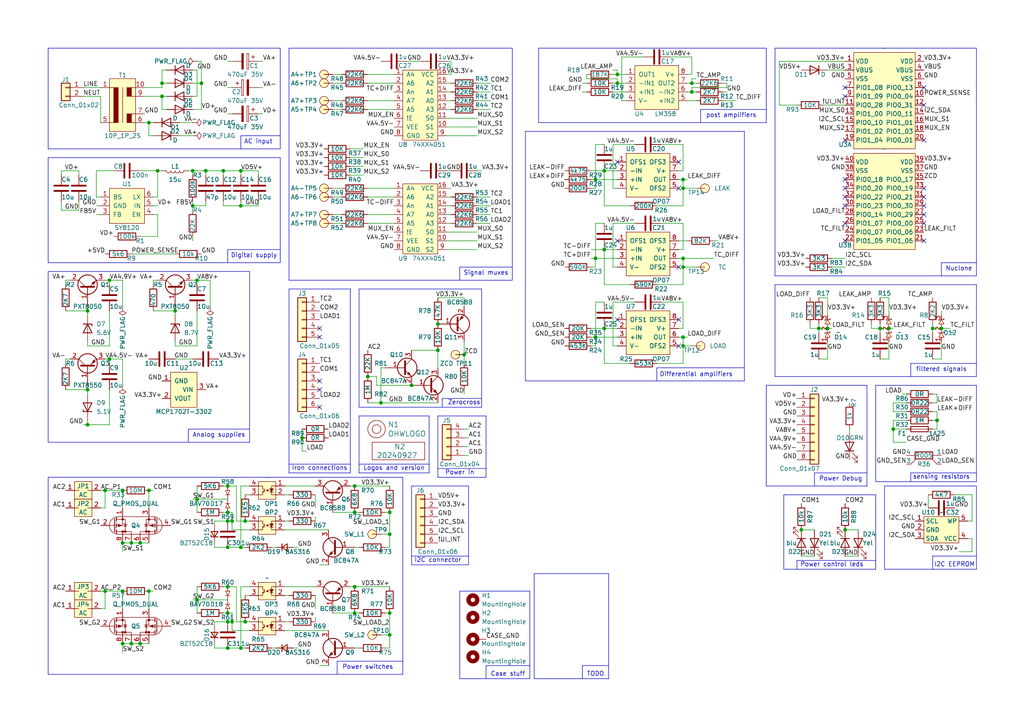
<source format=kicad_sch>
(kicad_sch (version 20231120) (generator "eeschema") (generator_version "8.0")
  (paper "A4")
  (junction (at 59.69 49.53))
  (junction (at 66.04 177.8))
  (junction (at 35.56 171.45))
  (junction (at 57.15 173.99))
  (junction (at 102.87 170.18))
  (junction (at 46.99 27.94))
  (junction (at 237.49 95.25))
  (junction (at 45.72 49.53))
  (junction (at 127 101.6))
  (junction (at 57.15 144.78))
  (junction (at 113.03 154.94))
  (junction (at 179.07 21.59))
  (junction (at 175.26 49.53))
  (junction (at 102.87 148.59))
  (junction (at 66.04 158.75))
  (junction (at 66.04 151.13))
  (junction (at 134.62 102.87))
  (junction (at 31.75 81.28))
  (junction (at 106.68 109.22))
  (junction (at 200.66 26.67))
  (junction (at 255.27 95.25))
  (junction (at 69.85 49.53))
  (junction (at 232.41 153.67))
  (junction (at 25.4 123.19))
  (junction (at 71.12 180.34))
  (junction (at 66.04 170.18))
  (junction (at 172.72 52.07))
  (junction (at 46.99 24.13))
  (junction (at 35.56 142.24))
  (junction (at 119.38 111.76))
  (junction (at 38.1 186.69))
  (junction (at 172.72 74.93))
  (junction (at 55.88 49.53))
  (junction (at 257.81 95.25))
  (junction (at 198.12 74.93))
  (junction (at 113.03 148.59))
  (junction (at 175.26 95.25))
  (junction (at 198.12 77.47))
  (junction (at 43.18 35.56))
  (junction (at 102.87 177.8))
  (junction (at 30.48 142.24))
  (junction (at 43.18 171.45))
  (junction (at 198.12 52.07))
  (junction (at 25.4 90.17))
  (junction (at 55.88 59.69))
  (junction (at 66.04 148.59))
  (junction (at 40.64 186.69))
  (junction (at 200.66 24.13))
  (junction (at 67.31 151.13))
  (junction (at 57.15 81.28))
  (junction (at 58.42 24.13))
  (junction (at 69.85 187.96))
  (junction (at 198.12 54.61))
  (junction (at 198.12 100.33))
  (junction (at 198.12 97.79))
  (junction (at 40.64 157.48))
  (junction (at 69.85 59.69))
  (junction (at 30.48 171.45))
  (junction (at 259.08 124.46))
  (junction (at 66.04 140.97))
  (junction (at 25.4 113.03))
  (junction (at 35.56 186.69))
  (junction (at 273.05 95.25))
  (junction (at 240.03 95.25))
  (junction (at 87.63 127))
  (junction (at 179.07 24.13))
  (junction (at 71.12 151.13))
  (junction (at 64.77 49.53))
  (junction (at 175.26 72.39))
  (junction (at 110.49 116.84))
  (junction (at 38.1 157.48))
  (junction (at 67.31 180.34))
  (junction (at 35.56 157.48))
  (junction (at 66.04 187.96))
  (junction (at 43.18 142.24))
  (junction (at 50.8 90.17))
  (junction (at 66.04 180.34))
  (junction (at 31.75 104.14))
  (junction (at 102.87 140.97))
  (junction (at 113.03 184.15))
  (junction (at 172.72 97.79))
  (junction (at 69.85 158.75))
  (junction (at 127 93.98))
  (junction (at 270.51 95.25))
  (junction (at 245.11 153.67))
  (junction (at 271.78 121.92))
  (junction (at 113.03 177.8))
  (no_connect (at 267.97 54.61))
  (no_connect (at 267.97 57.15))
  (no_connect (at 245.11 52.07))
  (no_connect (at 92.71 97.79))
  (no_connect (at 267.97 59.69))
  (no_connect (at 267.97 40.64))
  (no_connect (at 245.11 54.61))
  (no_connect (at 245.11 27.94))
  (no_connect (at 245.11 59.69))
  (no_connect (at 245.11 25.4))
  (no_connect (at 196.85 100.33))
  (no_connect (at 92.71 113.03))
  (no_connect (at 245.11 40.64))
  (no_connect (at 92.71 95.25))
  (no_connect (at 196.85 46.99))
  (no_connect (at 267.97 62.23))
  (no_connect (at 196.85 92.71))
  (no_connect (at 92.71 118.11))
  (no_connect (at 267.97 64.77))
  (no_connect (at 196.85 77.47))
  (no_connect (at 267.97 30.48))
  (no_connect (at 245.11 69.85))
  (no_connect (at 92.71 110.49))
  (no_connect (at 245.11 57.15))
  (no_connect (at 245.11 64.77))
  (no_connect (at 196.85 54.61))
  (no_connect (at 179.07 46.99))
  (no_connect (at 179.07 69.85))
  (no_connect (at 267.97 69.85))
  (no_connect (at 179.07 92.71))
  (no_connect (at 267.97 25.4))
  (wire (pts (xy 198.12 77.47) (xy 198.12 82.55)))
  (wire (pts (xy 255.27 104.14) (xy 257.81 104.14)))
  (wire (pts (xy 257.81 95.25) (xy 259.08 95.25)))
  (wire (pts (xy 207.01 69.85) (xy 208.28 69.85)))
  (wire (pts (xy 226.06 17.78) (xy 226.06 30.48)))
  (wire (pts (xy 177.8 64.77) (xy 184.15 64.77)))
  (wire (pts (xy 198.12 77.47) (xy 201.93 77.47)))
  (wire (pts (xy 57.15 173.99) (xy 57.15 177.8)))
  (wire (pts (xy 138.43 36.83) (xy 129.54 36.83)))
  (wire (pts (xy 30.48 81.28) (xy 31.75 81.28)))
  (polyline (pts (xy 227.33 143.51) (xy 227.33 165.1)))
  (polyline (pts (xy 81.28 45.72) (xy 13.97 45.72)))
  (wire (pts (xy 62.23 157.48) (xy 62.23 158.75)))
  (wire (pts (xy 66.04 148.59) (xy 67.31 148.59)))
  (wire (pts (xy 64.77 140.97) (xy 66.04 140.97)))
  (wire (pts (xy 232.41 153.67) (xy 236.22 153.67)))
  (wire (pts (xy 111.76 148.59) (xy 113.03 148.59)))
  (wire (pts (xy 45.72 68.58) (xy 45.72 62.23)))
  (wire (pts (xy 50.8 99.06) (xy 50.8 100.33)))
  (wire (pts (xy 43.18 35.56) (xy 43.18 39.37)))
  (wire (pts (xy 25.4 111.76) (xy 25.4 113.03)))
  (wire (pts (xy 59.69 49.53) (xy 59.69 50.8)))
  (polyline (pts (xy 83.82 13.97) (xy 83.82 81.28)))
  (wire (pts (xy 199.39 24.13) (xy 200.66 24.13)))
  (wire (pts (xy 240.03 99.06) (xy 240.03 104.14)))
  (wire (pts (xy 35.56 88.9) (xy 35.56 81.28)))
  (wire (pts (xy 172.72 41.91) (xy 172.72 52.07)))
  (polyline (pts (xy 72.39 124.46) (xy 54.61 124.46)))
  (wire (pts (xy 276.86 143.51) (xy 281.94 143.51)))
  (wire (pts (xy 59.69 58.42) (xy 59.69 59.69)))
  (wire (pts (xy 38.1 73.66) (xy 50.8 73.66)))
  (wire (pts (xy 91.44 149.86) (xy 91.44 151.13)))
  (wire (pts (xy 43.18 142.24) (xy 43.18 147.32)))
  (polyline (pts (xy 283.21 111.76) (xy 254 111.76)))
  (wire (pts (xy 55.88 60.96) (xy 55.88 59.69)))
  (wire (pts (xy 50.8 104.14) (xy 55.88 104.14)))
  (wire (pts (xy 281.94 143.51) (xy 281.94 151.13)))
  (wire (pts (xy 50.8 100.33) (xy 57.15 100.33)))
  (wire (pts (xy 106.68 29.21) (xy 114.3 29.21)))
  (wire (pts (xy 201.93 26.67) (xy 200.66 26.67)))
  (wire (pts (xy 177.8 77.47) (xy 179.07 77.47)))
  (wire (pts (xy 30.48 142.24) (xy 35.56 142.24)))
  (wire (pts (xy 180.34 16.51) (xy 186.69 16.51)))
  (wire (pts (xy 64.77 59.69) (xy 69.85 59.69)))
  (wire (pts (xy 96.52 64.77) (xy 99.06 64.77)))
  (wire (pts (xy 172.72 74.93) (xy 179.07 74.93)))
  (wire (pts (xy 87.63 130.81) (xy 87.63 127)))
  (wire (pts (xy 109.22 109.22) (xy 106.68 109.22)))
  (wire (pts (xy 67.31 151.13) (xy 67.31 153.67)))
  (wire (pts (xy 92.71 193.04) (xy 95.25 193.04)))
  (wire (pts (xy 196.85 74.93) (xy 198.12 74.93)))
  (polyline (pts (xy 104.14 118.11) (xy 139.7 118.11)))
  (polyline (pts (xy 283.21 105.41) (xy 264.16 105.41)))
  (wire (pts (xy 237.49 104.14) (xy 240.03 104.14)))
  (wire (pts (xy 270.51 95.25) (xy 270.51 96.52)))
  (wire (pts (xy 175.26 72.39) (xy 179.07 72.39)))
  (wire (pts (xy 172.72 77.47) (xy 172.72 74.93)))
  (wire (pts (xy 68.58 170.18) (xy 68.58 180.34)))
  (wire (pts (xy 58.42 31.75) (xy 58.42 24.13)))
  (wire (pts (xy 55.88 59.69) (xy 55.88 58.42)))
  (wire (pts (xy 41.91 27.94) (xy 46.99 27.94)))
  (wire (pts (xy 45.72 59.69) (xy 44.45 59.69)))
  (wire (pts (xy 200.66 22.86) (xy 201.93 22.86)))
  (polyline (pts (xy 83.82 137.16) (xy 101.6 137.16)))
  (polyline (pts (xy 222.25 35.56) (xy 222.25 13.97)))
  (wire (pts (xy 43.18 171.45) (xy 44.45 171.45)))
  (wire (pts (xy 134.62 129.54) (xy 135.89 129.54)))
  (wire (pts (xy 17.78 50.8) (xy 17.78 49.53)))
  (wire (pts (xy 240.03 95.25) (xy 241.3 95.25)))
  (wire (pts (xy 29.21 59.69) (xy 27.94 59.69)))
  (wire (pts (xy 245.11 17.78) (xy 226.06 17.78)))
  (wire (pts (xy 101.6 140.97) (xy 102.87 140.97)))
  (wire (pts (xy 35.56 186.69) (xy 35.56 189.23)))
  (wire (pts (xy 179.07 24.13) (xy 181.61 24.13)))
  (wire (pts (xy 71.12 172.72) (xy 72.39 172.72)))
  (polyline (pts (xy 101.6 83.82) (xy 83.82 83.82)))
  (polyline (pts (xy 148.59 77.47) (xy 133.35 77.47)))
  (wire (pts (xy 106.68 54.61) (xy 114.3 54.61)))
  (wire (pts (xy 45.72 57.15) (xy 44.45 57.15)))
  (polyline (pts (xy 127 138.43) (xy 140.97 138.43)))
  (polyline (pts (xy 251.46 137.16) (xy 236.22 137.16)))
  (wire (pts (xy 25.4 90.17) (xy 25.4 91.44)))
  (wire (pts (xy 171.45 95.25) (xy 175.26 95.25)))
  (wire (pts (xy 55.88 50.8) (xy 55.88 49.53)))
  (wire (pts (xy 255.27 86.36) (xy 257.81 86.36)))
  (wire (pts (xy 198.12 100.33) (xy 200.66 100.33)))
  (polyline (pts (xy 176.53 166.37) (xy 154.94 166.37)))
  (polyline (pts (xy 13.97 43.18) (xy 81.28 43.18)))
  (wire (pts (xy 102.87 187.96) (xy 104.14 187.96)))
  (wire (pts (xy 46.99 25.4) (xy 41.91 25.4)))
  (wire (pts (xy 232.41 161.29) (xy 236.22 161.29)))
  (wire (pts (xy 138.43 39.37) (xy 129.54 39.37)))
  (wire (pts (xy 134.62 127) (xy 135.89 127)))
  (wire (pts (xy 60.96 88.9) (xy 60.96 81.28)))
  (polyline (pts (xy 215.9 110.49) (xy 152.4 110.49)))
  (wire (pts (xy 129.54 49.53) (xy 130.81 49.53)))
  (wire (pts (xy 82.55 140.97) (xy 91.44 140.97)))
  (wire (pts (xy 259.08 119.38) (xy 262.89 119.38)))
  (polyline (pts (xy 81.28 72.39) (xy 66.04 72.39)))
  (polyline (pts (xy 224.79 13.97) (xy 224.79 80.01)))
  (polyline (pts (xy 119.38 161.29) (xy 135.89 161.29)))
  (polyline (pts (xy 104.14 120.65) (xy 104.14 137.16)))
  (wire (pts (xy 96.52 31.75) (xy 99.06 31.75)))
  (wire (pts (xy 71.12 143.51) (xy 72.39 143.51)))
  (wire (pts (xy 198.12 54.61) (xy 198.12 52.07)))
  (wire (pts (xy 113.03 177.8) (xy 113.03 184.15)))
  (wire (pts (xy 172.72 54.61) (xy 172.72 52.07)))
  (wire (pts (xy 257.81 99.06) (xy 257.81 104.14)))
  (polyline (pts (xy 264.16 105.41) (xy 264.16 109.22)))
  (wire (pts (xy 134.62 113.03) (xy 134.62 114.3)))
  (wire (pts (xy 55.88 49.53) (xy 59.69 49.53)))
  (wire (pts (xy 40.64 186.69) (xy 43.18 186.69)))
  (polyline (pts (xy 124.46 120.65) (xy 104.14 120.65)))
  (wire (pts (xy 27.94 57.15) (xy 27.94 49.53)))
  (wire (pts (xy 182.88 82.55) (xy 175.26 82.55)))
  (wire (pts (xy 198.12 64.77) (xy 191.77 64.77)))
  (wire (pts (xy 210.82 24.13) (xy 210.82 25.4)))
  (wire (pts (xy 57.15 17.78) (xy 58.42 17.78)))
  (polyline (pts (xy 283.21 82.55) (xy 224.79 82.55)))
  (wire (pts (xy 78.74 187.96) (xy 80.01 187.96)))
  (wire (pts (xy 138.43 59.69) (xy 142.24 59.69)))
  (wire (pts (xy 29.21 62.23) (xy 27.94 62.23)))
  (wire (pts (xy 172.72 52.07) (xy 179.07 52.07)))
  (wire (pts (xy 171.45 54.61) (xy 172.72 54.61)))
  (wire (pts (xy 199.39 26.67) (xy 200.66 26.67)))
  (polyline (pts (xy 222.25 111.76) (xy 251.46 111.76)))
  (wire (pts (xy 25.4 123.19) (xy 31.75 123.19)))
  (wire (pts (xy 59.69 49.53) (xy 64.77 49.53)))
  (wire (pts (xy 177.8 87.63) (xy 177.8 100.33)))
  (wire (pts (xy 38.1 186.69) (xy 40.64 186.69)))
  (wire (pts (xy 259.08 116.84) (xy 259.08 119.38)))
  (polyline (pts (xy 140.97 193.04) (xy 140.97 196.85)))
  (wire (pts (xy 175.26 87.63) (xy 172.72 87.63)))
  (wire (pts (xy 259.08 124.46) (xy 259.08 121.92)))
  (wire (pts (xy 82.55 172.72) (xy 83.82 172.72)))
  (wire (pts (xy 68.58 151.13) (xy 71.12 151.13)))
  (wire (pts (xy 66.04 158.75) (xy 69.85 158.75)))
  (wire (pts (xy 62.23 151.13) (xy 62.23 152.4)))
  (wire (pts (xy 175.26 49.53) (xy 179.07 49.53)))
  (polyline (pts (xy 256.54 165.1) (xy 283.21 165.1)))
  (wire (pts (xy 55.88 20.32) (xy 57.15 20.32)))
  (wire (pts (xy 74.93 25.4) (xy 76.2 25.4)))
  (polyline (pts (xy 222.25 140.97) (xy 222.25 111.76)))
  (wire (pts (xy 198.12 41.91) (xy 198.12 49.53)))
  (wire (pts (xy 179.07 22.86) (xy 179.07 24.13)))
  (wire (pts (xy 102.87 148.59) (xy 104.14 148.59)))
  (polyline (pts (xy 83.82 81.28) (xy 148.59 81.28)))
  (wire (pts (xy 52.07 39.37) (xy 55.88 39.37)))
  (wire (pts (xy 270.51 116.84) (xy 271.78 116.84)))
  (wire (pts (xy 240.03 86.36) (xy 240.03 91.44)))
  (wire (pts (xy 177.8 20.32) (xy 179.07 20.32)))
  (wire (pts (xy 57.15 144.78) (xy 66.04 144.78)))
  (wire (pts (xy 29.21 171.45) (xy 30.48 171.45)))
  (wire (pts (xy 66.04 177.8) (xy 67.31 177.8)))
  (polyline (pts (xy 251.46 111.76) (xy 251.46 140.97)))
  (wire (pts (xy 22.86 60.96) (xy 17.78 60.96)))
  (wire (pts (xy 200.66 25.4) (xy 200.66 26.67)))
  (wire (pts (xy 92.71 163.83) (xy 95.25 163.83)))
  (wire (pts (xy 72.39 140.97) (xy 69.85 140.97)))
  (wire (pts (xy 182.88 105.41) (xy 175.26 105.41)))
  (wire (pts (xy 82.55 180.34) (xy 83.82 180.34)))
  (wire (pts (xy 127 101.6) (xy 127 106.68)))
  (polyline (pts (xy 168.91 193.04) (xy 168.91 196.85)))
  (polyline (pts (xy 104.14 83.82) (xy 104.14 118.11)))
  (wire (pts (xy 72.39 170.18) (xy 69.85 170.18)))
  (wire (pts (xy 252.73 95.25) (xy 255.27 95.25)))
  (wire (pts (xy 69.85 158.75) (xy 71.12 158.75)))
  (wire (pts (xy 96.52 29.21) (xy 99.06 29.21)))
  (wire (pts (xy 175.26 95.25) (xy 179.07 95.25)))
  (wire (pts (xy 110.49 154.94) (xy 113.03 154.94)))
  (wire (pts (xy 71.12 180.34) (xy 72.39 180.34)))
  (wire (pts (xy 46.99 20.32) (xy 46.99 24.13)))
  (wire (pts (xy 19.05 113.03) (xy 25.4 113.03)))
  (wire (pts (xy 67.31 182.88) (xy 72.39 182.88)))
  (wire (pts (xy 82.55 182.88) (xy 95.25 182.88)))
  (wire (pts (xy 25.4 100.33) (xy 31.75 100.33)))
  (wire (pts (xy 25.4 88.9) (xy 25.4 90.17)))
  (wire (pts (xy 280.67 151.13) (xy 281.94 151.13)))
  (wire (pts (xy 110.49 106.68) (xy 110.49 116.84)))
  (wire (pts (xy 198.12 97.79) (xy 198.12 100.33)))
  (wire (pts (xy 134.62 86.36) (xy 134.62 88.9)))
  (wire (pts (xy 66.04 170.18) (xy 68.58 170.18)))
  (wire (pts (xy 17.78 49.53) (xy 22.86 49.53)))
  (wire (pts (xy 66.04 25.4) (xy 67.31 25.4)))
  (polyline (pts (xy 127 135.89) (xy 140.97 135.89)))
  (wire (pts (xy 271.78 114.3) (xy 271.78 116.84)))
  (wire (pts (xy 88.9 130.81) (xy 87.63 130.81)))
  (polyline (pts (xy 140.97 138.43) (xy 140.97 120.65)))
  (wire (pts (xy 46.99 24.13) (xy 46.99 25.4)))
  (polyline (pts (xy 222.25 13.97) (xy 156.21 13.97)))
  (wire (pts (xy 262.89 128.27) (xy 259.08 128.27)))
  (polyline (pts (xy 203.2 31.75) (xy 203.2 35.56)))
  (wire (pts (xy 52.07 35.56) (xy 55.88 35.56)))
  (wire (pts (xy 138.43 24.13) (xy 142.24 24.13)))
  (wire (pts (xy 113.03 184.15) (xy 113.03 187.96)))
  (wire (pts (xy 29.21 57.15) (xy 27.94 57.15)))
  (polyline (pts (xy 54.61 124.46) (xy 54.61 128.27)))
  (wire (pts (xy 66.04 17.78) (xy 67.31 17.78)))
  (polyline (pts (xy 254 165.1) (xy 254 143.51)))
  (polyline (pts (xy 254 162.56) (xy 231.14 162.56)))
  (wire (pts (xy 69.85 187.96) (xy 71.12 187.96)))
  (wire (pts (xy 198.12 87.63) (xy 191.77 87.63)))
  (polyline (pts (xy 156.21 13.97) (xy 156.21 35.56)))
  (polyline (pts (xy 140.97 120.65) (xy 127 120.65)))
  (wire (pts (xy 29.21 27.94) (xy 29.21 35.56)))
  (polyline (pts (xy 224.79 80.01) (xy 283.21 80.01)))
  (wire (pts (xy 273.05 95.25) (xy 275.59 95.25)))
  (wire (pts (xy 29.21 142.24) (xy 30.48 142.24)))
  (polyline (pts (xy 81.28 39.37) (xy 69.85 39.37)))
  (wire (pts (xy 171.45 74.93) (xy 172.72 74.93)))
  (wire (pts (xy 199.39 29.21) (xy 201.93 29.21)))
  (wire (pts (xy 130.81 17.78) (xy 130.81 21.59)))
  (wire (pts (xy 113.03 158.75) (xy 111.76 158.75)))
  (wire (pts (xy 175.26 49.53) (xy 175.26 59.69)))
  (wire (pts (xy 78.74 158.75) (xy 80.01 158.75)))
  (wire (pts (xy 237.49 93.98) (xy 237.49 95.25)))
  (wire (pts (xy 129.54 17.78) (xy 130.81 17.78)))
  (wire (pts (xy 27.94 49.53) (xy 33.02 49.53)))
  (polyline (pts (xy 224.79 82.55) (xy 224.79 109.22)))
  (wire (pts (xy 130.81 21.59) (xy 129.54 21.59)))
  (wire (pts (xy 44.45 90.17) (xy 50.8 90.17)))
  (wire (pts (xy 269.24 143.51) (xy 269.24 147.32)))
  (wire (pts (xy 22.86 58.42) (xy 22.86 60.96)))
  (wire (pts (xy 241.3 77.47) (xy 245.11 77.47)))
  (wire (pts (xy 62.23 180.34) (xy 66.04 180.34)))
  (wire (pts (xy 64.77 58.42) (xy 64.77 59.69)))
  (polyline (pts (xy 13.97 45.72) (xy 13.97 76.2)))
  (wire (pts (xy 68.58 180.34) (xy 71.12 180.34)))
  (wire (pts (xy 55.88 173.99) (xy 57.15 173.99)))
  (wire (pts (xy 74.93 17.78) (xy 76.2 17.78)))
  (wire (pts (xy 91.44 172.72) (xy 91.44 176.53)))
  (wire (pts (xy 57.15 170.18) (xy 57.15 173.99)))
  (polyline (pts (xy 72.39 78.74) (xy 13.97 78.74)))
  (wire (pts (xy 106.68 62.23) (xy 114.3 62.23)))
  (wire (pts (xy 24.13 27.94) (xy 29.21 27.94)))
  (wire (pts (xy 66.04 140.97) (xy 68.58 140.97)))
  (wire (pts (xy 175.26 105.41) (xy 175.26 95.25)))
  (polyline (pts (xy 152.4 110.49) (xy 152.4 38.1)))
  (wire (pts (xy 200.66 16.51) (xy 194.31 16.51)))
  (wire (pts (xy 134.62 102.87) (xy 134.62 105.41)))
  (wire (pts (xy 55.88 144.78) (xy 57.15 144.78)))
  (polyline (pts (xy 83.82 83.82) (xy 83.82 137.16)))
  (wire (pts (xy 40.64 157.48) (xy 43.18 157.48)))
  (wire (pts (xy 25.4 121.92) (xy 25.4 123.19)))
  (polyline (pts (xy 153.67 193.04) (xy 140.97 193.04)))
  (wire (pts (xy 138.43 26.67) (xy 142.24 26.67)))
  (polyline (pts (xy 97.79 191.77) (xy 97.79 195.58)))
  (wire (pts (xy 119.38 111.76) (xy 109.22 111.76)))
  (wire (pts (xy 134.62 99.06) (xy 134.62 102.87)))
  (wire (pts (xy 198.12 82.55) (xy 190.5 82.55)))
  (wire (pts (xy 241.3 74.93) (xy 245.11 74.93)))
  (wire (pts (xy 35.56 157.48) (xy 38.1 157.48)))
  (wire (pts (xy 62.23 186.69) (xy 62.23 187.96)))
  (wire (pts (xy 171.45 97.79) (xy 172.72 97.79)))
  (wire (pts (xy 273.05 99.06) (xy 273.05 104.14)))
  (wire (pts (xy 31.75 104.14) (xy 31.75 105.41)))
  (wire (pts (xy 198.12 105.41) (xy 190.5 105.41)))
  (polyline (pts (xy 66.04 72.39) (xy 66.04 76.2)))
  (wire (pts (xy 237.49 95.25) (xy 237.49 96.52)))
  (wire (pts (xy 82.55 151.13) (xy 83.82 151.13)))
  (wire (pts (xy 198.12 74.93) (xy 198.12 77.47)))
  (wire (pts (xy 170.18 22.86) (xy 179.07 22.86)))
  (wire (pts (xy 50.8 88.9) (xy 50.8 90.17)))
  (wire (pts (xy 245.11 153.67) (xy 248.92 153.67)))
  (wire (pts (xy 82.55 153.67) (xy 95.25 153.67)))
  (polyline (pts (xy 13.97 13.97) (xy 13.97 43.18)))
  (wire (pts (xy 62.23 180.34) (xy 62.23 181.61)))
  (wire (pts (xy 127 86.36) (xy 134.62 86.36)))
  (polyline (pts (xy 13.97 195.58) (xy 116.84 195.58)))
  (polyline (pts (xy 273.05 76.2) (xy 273.05 80.01)))
  (wire (pts (xy 58.42 17.78) (xy 58.42 24.13)))
  (wire (pts (xy 62.23 187.96) (xy 66.04 187.96)))
  (wire (pts (xy 179.07 21.59) (xy 181.61 21.59)))
  (wire (pts (xy 105.41 43.18) (xy 101.6 43.18)))
  (wire (pts (xy 168.91 26.67) (xy 170.18 26.67)))
  (wire (pts (xy 35.56 104.14) (xy 35.56 111.76)))
  (wire (pts (xy 74.93 33.02) (xy 76.2 33.02)))
  (polyline (pts (xy 222.25 140.97) (xy 251.46 140.97)))
  (polyline (pts (xy 101.6 137.16) (xy 101.6 83.82)))
  (wire (pts (xy 200.66 21.59) (xy 200.66 16.51)))
  (wire (pts (xy 138.43 69.85) (xy 129.54 69.85)))
  (polyline (pts (xy 133.35 196.85) (xy 153.67 196.85)))
  (wire (pts (xy 129.54 29.21) (xy 130.81 29.21)))
  (polyline (pts (xy 139.7 83.82) (xy 104.14 83.82)))
  (wire (pts (xy 110.49 116.84) (xy 127 116.84)))
  (polyline (pts (xy 215.9 106.68) (xy 190.5 106.68)))
  (wire (pts (xy 129.54 24.13) (xy 130.81 24.13)))
  (polyline (pts (xy 139.7 115.57) (xy 128.27 115.57)))
  (wire (pts (xy 198.12 95.25) (xy 196.85 95.25)))
  (wire (pts (xy 41.91 35.56) (xy 43.18 35.56)))
  (wire (pts (xy 60.96 81.28) (xy 57.15 81.28)))
  (wire (pts (xy 96.52 62.23) (xy 99.06 62.23)))
  (wire (pts (xy 57.15 140.97) (xy 57.15 144.78)))
  (wire (pts (xy 40.64 68.58) (xy 45.72 68.58)))
  (wire (pts (xy 257.81 86.36) (xy 257.81 91.44)))
  (wire (pts (xy 82.55 143.51) (xy 83.82 143.51)))
  (wire (pts (xy 45.72 62.23) (xy 44.45 62.23)))
  (wire (pts (xy 119.38 101.6) (xy 127 101.6)))
  (wire (pts (xy 255.27 95.25) (xy 255.27 96.52)))
  (polyline (pts (xy 156.21 35.56) (xy 222.25 35.56)))
  (polyline (pts (xy 135.89 163.83) (xy 135.89 140.97)))
  (wire (pts (xy 96.52 24.13) (xy 99.06 24.13)))
  (wire (pts (xy 64.77 177.8) (xy 66.04 177.8)))
  (wire (pts (xy 57.15 100.33) (xy 57.15 90.17)))
  (wire (pts (xy 96.52 21.59) (xy 99.06 21.59)))
  (wire (pts (xy 55.88 81.28) (xy 57.15 81.28)))
  (wire (pts (xy 170.18 21.59) (xy 170.18 22.86)))
  (wire (pts (xy 273.05 90.17) (xy 273.05 91.44)))
  (polyline (pts (xy 254 111.76) (xy 254 139.7)))
  (wire (pts (xy 175.26 41.91) (xy 172.72 41.91)))
  (wire (pts (xy 113.03 154.94) (xy 113.03 158.75)))
  (wire (pts (xy 255.27 93.98) (xy 255.27 95.25)))
  (wire (pts (xy 30.48 104.14) (xy 31.75 104.14)))
  (polyline (pts (xy 13.97 138.43) (xy 13.97 195.58)))
  (wire (pts (xy 198.12 97.79) (xy 199.39 97.79)))
  (wire (pts (xy 71.12 151.13) (xy 72.39 151.13)))
  (wire (pts (xy 82.55 170.18) (xy 91.44 170.18)))
  (wire (pts (xy 96.52 57.15) (xy 99.06 57.15)))
  (wire (pts (xy 196.85 52.07) (xy 198.12 52.07)))
  (polyline (pts (xy 283.21 140.97) (xy 256.54 140.97)))
  (wire (pts (xy 62.23 158.75) (xy 66.04 158.75)))
  (wire (pts (xy 29.21 147.32) (xy 30.48 147.32)))
  (wire (pts (xy 271.78 119.38) (xy 271.78 121.92)))
  (polyline (pts (xy 153.67 171.45) (xy 133.35 171.45)))
  (wire (pts (xy 252.73 93.98) (xy 252.73 95.25)))
  (wire (pts (xy 179.07 20.32) (xy 179.07 21.59)))
  (wire (pts (xy 177.8 41.91) (xy 184.15 41.91)))
  (wire (pts (xy 234.95 95.25) (xy 237.49 95.25)))
  (wire (pts (xy 105.41 45.72) (xy 101.6 45.72)))
  (wire (pts (xy 226.06 30.48) (xy 231.14 30.48)))
  (wire (pts (xy 91.44 143.51) (xy 91.44 147.32)))
  (polyline (pts (xy 283.21 161.29) (xy 270.51 161.29)))
  (polyline (pts (xy 116.84 191.77) (xy 97.79 191.77)))
  (wire (pts (xy 46.99 20.32) (xy 48.26 20.32)))
  (wire (pts (xy 245.11 161.29) (xy 248.92 161.29)))
  (wire (pts (xy 196.85 69.85) (xy 199.39 69.85)))
  (wire (pts (xy 35.56 186.69) (xy 38.1 186.69)))
  (wire (pts (xy 106.68 31.75) (xy 114.3 31.75)))
  (wire (pts (xy 171.45 77.47) (xy 172.72 77.47)))
  (polyline (pts (xy 176.53 193.04) (xy 168.91 193.04)))
  (wire (pts (xy 138.43 57.15) (xy 142.24 57.15)))
  (wire (pts (xy 129.54 59.69) (xy 130.81 59.69)))
  (wire (pts (xy 69.85 140.97) (xy 69.85 158.75)))
  (wire (pts (xy 35.56 81.28) (xy 31.75 81.28)))
  (polyline (pts (xy 116.84 138.43) (xy 13.97 138.43)))
  (wire (pts (xy 106.68 21.59) (xy 114.3 21.59)))
  (wire (pts (xy 210.82 25.4) (xy 200.66 25.4)))
  (wire (pts (xy 46.99 27.94) (xy 48.26 27.94)))
  (polyline (pts (xy 270.51 161.29) (xy 270.51 165.1)))
  (wire (pts (xy 62.23 151.13) (xy 66.04 151.13)))
  (wire (pts (xy 43.18 35.56) (xy 44.45 35.56)))
  (wire (pts (xy 198.12 59.69) (xy 198.12 54.61)))
  (wire (pts (xy 175.26 64.77) (xy 172.72 64.77)))
  (polyline (pts (xy 254 139.7) (xy 283.21 139.7)))
  (wire (pts (xy 113.03 187.96) (xy 111.76 187.96)))
  (wire (pts (xy 129.54 64.77) (xy 130.81 64.77)))
  (polyline (pts (xy 154.94 166.37) (xy 154.94 196.85)))
  (wire (pts (xy 198.12 100.33) (xy 198.12 105.41)))
  (wire (pts (xy 138.43 62.23) (xy 142.24 62.23)))
  (wire (pts (xy 198.12 72.39) (xy 196.85 72.39)))
  (polyline (pts (xy 176.53 196.85) (xy 176.53 166.37)))
  (wire (pts (xy 31.75 81.28) (xy 31.75 82.55)))
  (wire (pts (xy 200.66 24.13) (xy 200.66 22.86)))
  (wire (pts (xy 237.49 86.36) (xy 240.03 86.36)))
  (wire (pts (xy 64.77 50.8) (xy 64.77 49.53)))
  (wire (pts (xy 69.85 49.53) (xy 74.93 49.53)))
  (wire (pts (xy 66.04 151.13) (xy 67.31 151.13)))
  (wire (pts (xy 172.72 97.79) (xy 179.07 97.79)))
  (wire (pts (xy 111.76 177.8) (xy 113.03 177.8)))
  (wire (pts (xy 54.61 49.53) (xy 55.88 49.53)))
  (wire (pts (xy 31.75 104.14) (xy 35.56 104.14)))
  (wire (pts (xy 138.43 72.39) (xy 129.54 72.39)))
  (wire (pts (xy 45.72 49.53) (xy 45.72 57.15)))
  (wire (pts (xy 20.32 104.14) (xy 19.05 104.14)))
  (wire (pts (xy 171.45 72.39) (xy 175.26 72.39)))
  (polyline (pts (xy 283.21 13.97) (xy 224.79 13.97)))
  (wire (pts (xy 43.18 171.45) (xy 43.18 176.53)))
  (wire (pts (xy 138.43 64.77) (xy 142.24 64.77)))
  (wire (pts (xy 69.85 59.69) (xy 74.93 59.69)))
  (wire (pts (xy 68.58 140.97) (xy 68.58 151.13)))
  (polyline (pts (xy 13.97 128.27) (xy 72.39 128.27)))
  (polyline (pts (xy 224.79 109.22) (xy 283.21 109.22)))
  (wire (pts (xy 64.77 49.53) (xy 69.85 49.53)))
  (wire (pts (xy 200.66 21.59) (xy 199.39 21.59)))
  (wire (pts (xy 172.72 87.63) (xy 172.72 97.79)))
  (wire (pts (xy 43.18 142.24) (xy 44.45 142.24)))
  (wire (pts (xy 74.93 58.42) (xy 74.93 59.69)))
  (wire (pts (xy 177.8 26.67) (xy 181.61 26.67)))
  (wire (pts (xy 74.93 50.8) (xy 74.93 49.53)))
  (polyline (pts (xy 124.46 137.16) (xy 124.46 120.65)))
  (wire (pts (xy 177.8 41.91) (xy 177.8 54.61)))
  (wire (pts (xy 46.99 49.53) (xy 45.72 49.53)))
  (wire (pts (xy 196.85 97.79) (xy 198.12 97.79)))
  (wire (pts (xy 270.51 93.98) (xy 270.51 95.25)))
  (wire (pts (xy 96.52 177.8) (xy 102.87 177.8)))
  (wire (pts (xy 57.15 20.32) (xy 57.15 27.94)))
  (wire (pts (xy 177.8 21.59) (xy 179.07 21.59)))
  (wire (pts (xy 40.64 49.53) (xy 45.72 49.53)))
  (polyline (pts (xy 104.14 137.16) (xy 124.46 137.16)))
  (wire (pts (xy 57.15 173.99) (xy 66.04 173.99)))
  (wire (pts (xy 105.41 48.26) (xy 101.6 48.26)))
  (wire (pts (xy 43.18 39.37) (xy 44.45 39.37)))
  (wire (pts (xy 85.09 158.75) (xy 86.36 158.75)))
  (wire (pts (xy 118.11 17.78) (xy 121.92 17.78)))
  (wire (pts (xy 19.05 90.17) (xy 25.4 90.17)))
  (polyline (pts (xy 283.21 76.2) (xy 273.05 76.2)))
  (wire (pts (xy 138.43 29.21) (xy 142.24 29.21)))
  (wire (pts (xy 138.43 67.31) (xy 129.54 67.31)))
  (wire (pts (xy 106.68 24.13) (xy 114.3 24.13)))
  (wire (pts (xy 134.62 132.08) (xy 135.89 132.08)))
  (polyline (pts (xy 116.84 195.58) (xy 116.84 138.43)))
  (wire (pts (xy 66.04 33.02) (xy 67.31 33.02)))
  (wire (pts (xy 138.43 34.29) (xy 129.54 34.29)))
  (wire (pts (xy 69.85 58.42) (xy 69.85 59.69)))
  (wire (pts (xy 273.05 95.25) (xy 270.51 95.25)))
  (wire (pts (xy 172.72 64.77) (xy 172.72 74.93)))
  (wire (pts (xy 30.48 176.53) (xy 30.48 171.45)))
  (wire (pts (xy 138.43 49.53) (xy 139.7 49.53)))
  (polyline (pts (xy 215.9 38.1) (xy 215.9 110.49)))
  (wire (pts (xy 198.12 74.93) (xy 207.01 74.93)))
  (wire (pts (xy 237.49 95.25) (xy 240.03 95.25)))
  (wire (pts (xy 31.75 100.33) (xy 31.75 90.17)))
  (polyline (pts (xy 83.82 134.62) (xy 101.6 134.62)))
  (polyline (pts (xy 254 143.51) (xy 227.33 143.51)))
  (wire (pts (xy 281.94 156.21) (xy 280.67 156.21)))
  (polyline (pts (xy 148.59 13.97) (xy 83.82 13.97)))
  (polyline (pts (xy 148.59 81.28) (xy 148.59 13.97)))
  (polyline (pts (xy 139.7 118.11) (xy 139.7 83.82)))
  (wire (pts (xy 171.45 52.07) (xy 172.72 52.07)))
  (wire (pts (xy 30.48 171.45) (xy 35.56 171.45)))
  (wire (pts (xy 175.26 82.55) (xy 175.26 72.39)))
  (wire (pts (xy 168.91 24.13) (xy 170.18 24.13)))
  (wire (pts (xy 55.88 27.94) (xy 57.15 27.94)))
  (polyline (pts (xy 128.27 115.57) (xy 128.27 118.11)))
  (polyline (pts (xy 283.21 109.22) (xy 283.21 82.55)))
  (wire (pts (xy 57.15 81.28) (xy 57.15 82.55)))
  (wire (pts (xy 110.49 184.15) (xy 113.03 184.15)))
  (polyline (pts (xy 222.25 31.75) (xy 203.2 31.75)))
  (wire (pts (xy 259.08 121.92) (xy 262.89 121.92)))
  (wire (pts (xy 46.99 31.75) (xy 48.26 31.75)))
  (wire (pts (xy 198.12 49.53) (xy 196.85 49.53)))
  (wire (pts (xy 177.8 64.77) (xy 177.8 77.47)))
  (wire (pts (xy 55.88 31.75) (xy 58.42 31.75)))
  (polyline (pts (xy 283.21 137.16) (xy 264.16 137.16)))
  (wire (pts (xy 102.87 170.18) (xy 113.03 170.18)))
  (wire (pts (xy 198.12 87.63) (xy 198.12 95.25)))
  (wire (pts (xy 50.8 90.17) (xy 50.8 91.44)))
  (wire (pts (xy 271.78 121.92) (xy 270.51 121.92)))
  (polyline (pts (xy 135.89 140.97) (xy 119.38 140.97)))
  (polyline (pts (xy 69.85 39.37) (xy 69.85 43.18)))
  (wire (pts (xy 262.89 116.84) (xy 259.08 116.84)))
  (wire (pts (xy 55.88 69.85) (xy 55.88 68.58)))
  (polyline (pts (xy 264.16 137.16) (xy 264.16 139.7)))
  (polyline (pts (xy 133.35 77.47) (xy 133.35 81.28)))
  (wire (pts (xy 66.04 187.96) (xy 69.85 187.96)))
  (polyline (pts (xy 283.21 80.01) (xy 283.21 13.97)))
  (wire (pts (xy 106.68 116.84) (xy 110.49 116.84)))
  (wire (pts (xy 25.4 99.06) (xy 25.4 100.33)))
  (wire (pts (xy 19.05 81.28) (xy 19.05 82.55)))
  (polyline (pts (xy 254 165.1) (xy 254 162.56)))
  (wire (pts (xy 171.45 49.53) (xy 175.26 49.53)))
  (polyline (pts (xy 153.67 196.85) (xy 153.67 171.45)))
  (polyline (pts (xy 119.38 163.83) (xy 135.89 163.83)))
  (wire (pts (xy 181.61 29.21) (xy 180.34 29.21)))
  (wire (pts (xy 46.99 27.94) (xy 46.99 31.75)))
  (wire (pts (xy 171.45 100.33) (xy 172.72 100.33)))
  (polyline (pts (xy 283.21 165.1) (xy 283.21 140.97)))
  (polyline (pts (xy 13.97 78.74) (xy 13.97 128.27)))
  (wire (pts (xy 64.77 148.59) (xy 66.04 148.59)))
  (wire (pts (xy 273.05 104.14) (xy 270.51 104.14)))
  (wire (pts (xy 29.21 176.53) (xy 30.48 176.53)))
  (wire (pts (xy 105.41 50.8) (xy 101.6 50.8)))
  (wire (pts (xy 102.87 158.75) (xy 104.14 158.75)))
  (wire (pts (xy 69.85 170.18) (xy 69.85 187.96)))
  (wire (pts (xy 35.56 157.48) (xy 35.56 160.02)))
  (wire (pts (xy 91.44 179.07) (xy 91.44 180.34)))
  (polyline (pts (xy 81.28 13.97) (xy 13.97 13.97)))
  (wire (pts (xy 198.12 41.91) (xy 191.77 41.91)))
  (wire (pts (xy 262.89 124.46) (xy 259.08 124.46)))
  (wire (pts (xy 106.68 57.15) (xy 114.3 57.15)))
  (wire (pts (xy 190.5 59.69) (xy 198.12 59.69)))
  (wire (pts (xy 177.8 54.61) (xy 179.07 54.61)))
  (wire (pts (xy 64.77 170.18) (xy 66.04 170.18)))
  (wire (pts (xy 113.03 148.59) (xy 113.03 154.94)))
  (wire (pts (xy 129.54 62.23) (xy 130.81 62.23)))
  (wire (pts (xy 200.66 24.13) (xy 201.93 24.13)))
  (wire (pts (xy 57.15 144.78) (xy 57.15 148.59)))
  (wire (pts (xy 129.54 26.67) (xy 130.81 26.67)))
  (wire (pts (xy 101.6 170.18) (xy 102.87 170.18)))
  (wire (pts (xy 106.68 64.77) (xy 114.3 64.77)))
  (wire (pts (xy 55.88 24.13) (xy 58.42 24.13)))
  (wire (pts (xy 172.72 100.33) (xy 172.72 97.79)))
  (wire (pts (xy 209.55 29.21) (xy 213.36 29.21)))
  (polyline (pts (xy 283.21 139.7) (xy 283.21 111.76)))
  (polyline (pts (xy 231.14 162.56) (xy 231.14 165.1)))
  (polyline (pts (xy 81.28 43.18) (xy 81.28 13.97)))
  (wire (pts (xy 238.76 30.48) (xy 245.11 30.48)))
  (polyline (pts (xy 152.4 38.1) (xy 215.9 38.1)))
  (wire (pts (xy 85.09 187.96) (xy 86.36 187.96)))
  (wire (pts (xy 129.54 31.75) (xy 130.81 31.75)))
  (wire (pts (xy 96.52 54.61) (xy 99.06 54.61)))
  (wire (pts (xy 96.52 148.59) (xy 102.87 148.59)))
  (wire (pts (xy 281.94 156.21) (xy 281.94 160.02)))
  (wire (pts (xy 138.43 31.75) (xy 142.24 31.75)))
  (wire (pts (xy 22.86 49.53) (xy 22.86 50.8)))
  (wire (pts (xy 234.95 93.98) (xy 234.95 95.25)))
  (wire (pts (xy 35.56 171.45) (xy 35.56 176.53)))
  (wire (pts (xy 175.26 59.69) (xy 182.88 59.69)))
  (wire (pts (xy 48.26 24.13) (xy 46.99 24.13)))
  (wire (pts (xy 45.72 81.28) (xy 44.45 81.28)))
  (wire (pts (xy 255.27 95.25) (xy 257.81 95.25)))
  (polyline (pts (xy 236.22 137.16) (xy 236.22 140.97)))
  (wire (pts (xy 129.54 57.15) (xy 130.81 57.15)))
  (wire (pts (xy 209.55 26.67) (xy 210.82 26.67)))
  (wire (pts (xy 69.85 50.8) (xy 69.85 49.53)))
  (polyline (pts (xy 127 120.65) (xy 127 138.43)))
  (wire (pts (xy 270.51 119.38) (xy 271.78 119.38)))
  (wire (pts (xy 44.45 81.28) (xy 44.45 82.55)))
  (wire (pts (xy 17.78 58.42) (xy 17.78 60.96)))
  (polyline (pts (xy 227.33 165.1) (xy 254 165.1)))
  (wire (pts (xy 35.56 142.24) (xy 35.56 147.32)))
  (wire (pts (xy 177.8 24.13) (xy 179.07 24.13)))
  (wire (pts (xy 87.63 127) (xy 87.63 124.46)))
  (polyline (pts (xy 72.39 128.27) (xy 72.39 78.74)))
  (polyline (pts (xy 119.38 140.97) (xy 119.38 163.83)))
  (polyline (pts (xy 190.5 106.68) (xy 190.5 110.49)))
  (wire (pts (xy 261.62 114.3) (xy 262.89 114.3)))
  (wire (pts (xy 111.76 106.68) (xy 110.49 106.68)))
  (polyline (pts (xy 104.14 134.62) (xy 124.46 134.62)))
  (wire (pts (xy 278.13 160.02) (xy 281.94 160.02)))
  (wire (pts (xy 30.48 147.32) (xy 30.48 142.24)))
  (wire (pts (xy 24.13 25.4) (xy 29.21 25.4)))
  (wire (pts (xy 19.05 104.14) (xy 19.05 105.41)))
  (wire (pts (xy 20.32 81.28) (xy 19.05 81.28)))
  (wire (pts (xy 130.81 54.61) (xy 129.54 54.61)))
  (wire (pts (xy 67.31 177.8) (xy 67.31 180.34)))
  (wire (pts (xy 66.04 180.34) (xy 67.31 180.34)))
  (wire (pts (xy 240.03 20.32) (xy 245.11 20.32)))
  (wire (pts (xy 209.55 24.13) (xy 210.82 24.13)))
  (wire (pts (xy 59.69 59.69) (xy 55.88 59.69)))
  (wire (pts (xy 67.31 148.59) (xy 67.31 151.13)))
  (wire (pts (xy 109.22 111.76) (xy 109.22 109.22)))
  (polyline (pts (xy 13.97 76.2) (xy 81.28 76.2)))
  (wire (pts (xy 198.12 52.07) (xy 199.39 52.07)))
  (wire (pts (xy 134.62 124.46) (xy 135.89 124.46)))
  (wire (pts (xy 198.12 54.61) (xy 201.93 54.61)))
  (polyline (pts (xy 81.28 76.2) (xy 81.28 45.72)))
  (polyline (pts (xy 154.94 196.85) (xy 176.53 196.85)))
  (polyline (pts (xy 256.54 140.97) (xy 256.54 165.1)))
  (wire (pts (xy 31.75 123.19) (xy 31.75 113.03)))
  (wire (pts (xy 271.78 124.46) (xy 271.78 121.92)))
  (wire (pts (xy 24.13 123.19) (xy 25.4 123.19)))
  (wire (pts (xy 102.87 177.8) (xy 104.14 177.8)))
  (wire (pts (xy 270.51 114.3) (xy 271.78 114.3)))
  (wire (pts (xy 259.08 128.27) (xy 259.08 124.46)))
  (wire (pts (xy 38.1 157.48) (xy 40.64 157.48)))
  (wire (pts (xy 198.12 64.77) (xy 198.12 72.39)))
  (wire (pts (xy 177.8 100.33) (xy 179.07 100.33)))
  (wire (pts (xy 246.38 124.46) (xy 246.38 125.73)))
  (polyline (pts (xy 133.35 171.45) (xy 133.35 196.85)))
  (wire (pts (xy 270.51 124.46) (xy 271.78 124.46)))
  (wire (pts (xy 180.34 29.21) (xy 180.34 16.51)))
  (wire (pts (xy 67.31 180.34) (xy 67.31 182.88)))
  (wire (pts (xy 25.4 113.03) (xy 25.4 114.3)))
  (wire (pts (xy 67.31 153.67) (xy 72.39 153.67)))
  (wire (pts (xy 102.87 140.97) (xy 113.03 140.97)))
  (wire (pts (xy 177.8 87.63) (xy 184.15 87.63)))
  (text "filtered signals" (at 273.05 107.95 0) (effects (font (size 1.27 1.27)) (justify bottom)))
  (text "AC input" (at 74.93 41.91 0) (effects (font (size 1.27 1.27)) (justify bottom)))
  (text "Analog supplies" (at 63.5 127 0) (effects (font (size 1.27 1.27)) (justify bottom)))
  (text "Power switches" (at 106.68 194.31 0) (effects (font (size 1.27 1.27)) (justify bottom)))
  (text "Digital supply" (at 73.66 74.93 0) (effects (font (size 1.27 1.27)) (justify bottom)))
  (text "Power control leds" (at 241.3 163.83 0) (effects (font (size 1.27 1.27))))
  (text "Logos and version" (at 114.3 135.89 0) (effects (font (size 1.27 1.27))))
  (text "I2C EEPROM" (at 276.86 163.83 0) (effects (font (size 1.27 1.27))))
  (text "Signal muxes" (at 140.97 80.01 0) (effects (font (size 1.27 1.27)) (justify bottom)))
  (text "Zerocross" (at 134.62 116.84 0) (effects (font (size 1.27 1.27))))
  (text "Case stuff" (at 147.32 195.58 0) (effects (font (size 1.27 1.27))))
  (text "Power in" (at 133.35 137.16 0) (effects (font (size 1.27 1.27))))
  (text "I2C connector" (at 127 162.56 0) (effects (font (size 1.27 1.27))))
  (text "Differential amplifiers" (at 201.93 107.95 0) (effects (font (size 1.27 1.27)) (justify top)))
  (text "Iron connections" (at 92.71 135.89 0) (effects (font (size 1.27 1.27))))
  (text "Power Debug" (at 243.84 139.7 0) (effects (font (size 1.27 1.27)) (justify bottom)))
  (text "post amplifiers" (at 212.09 34.29 0) (effects (font (size 1.27 1.27)) (justify bottom)))
  (text "TODO" (at 172.72 195.58 0) (effects (font (size 1.27 1.27))))
  (text "Nuclone" (at 278.13 78.74 0) (effects (font (size 1.27 1.27)) (justify bottom)))
  (text "sensing resistors" (at 273.05 138.43 0) (effects (font (size 1.27 1.27))))
  (label "TC_FILT" (at 275.59 95.25 0))
  (label "GND" (at 30.48 100.33 180))
  (label "VD3.3V+" (at 127 147.32 0))
  (label "VD3.3V+" (at 93.98 48.26 180))
  (label "VA8V+" (at 191.77 87.63 0))
  (label "I2C_SCL" (at 245.11 35.56 180))
  (label "VA3.3V+" (at 129.54 17.78 0))
  (label "GND" (at 55.88 69.85 180))
  (label "GND" (at 91.44 176.53 180))
  (label "GND" (at 267.97 22.86 0))
  (label "LOAD2" (at 142.24 64.77 0))
  (label "TC1" (at 142.24 62.23 0))
  (label "VA3.3V+" (at 246.38 116.84 180))
  (label "GND" (at 57.15 20.32 0))
  (label "VD5V+" (at 231.14 118.11 180))
  (label "GND" (at 66.04 33.02 180))
  (label "VA4.9V+" (at 31.75 81.28 0))
  (label "LOAD" (at 261.62 114.3 180))
  (label "AC1" (at 19.05 147.32 180))
  (label "GND" (at 163.83 100.33 180))
  (label "VA4.5V-" (at 184.15 64.77 180))
  (label "TC2" (at 92.71 87.63 0))
  (label "VD5V+" (at 69.85 49.53 0))
  (label "SW_G1" (at 55.88 144.78 0))
  (label "I2C_SDA" (at 267.97 33.02 0))
  (label "+5VD" (at 30.48 73.66 180))
  (label "GND" (at 135.89 132.08 0))
  (label "LEAK_FILT" (at 267.97 67.31 0))
  (label "I2C_SCL" (at 245.11 74.93 0))
  (label "COM1" (at 142.24 29.21 0))
  (label "VD3.3V+" (at 113.03 170.18 180))
  (label "GND" (at 54.61 104.14 180))
  (label "VA8V+" (at 57.15 81.28 0))
  (label "I2C_SCL" (at 265.43 151.13 180))
  (label "MUX_S0" (at 105.41 45.72 0))
  (label "MUX_S1" (at 105.41 48.26 0))
  (label "MUX_S2" (at 138.43 39.37 0))
  (label "MUX_S0" (at 245.11 33.02 180))
  (label "LOAD1" (at 92.71 92.71 0))
  (label "VA+" (at 59.69 113.03 0))
  (label "AC2" (at 135.89 124.46 0))
  (label "!UI_INT" (at 245.11 30.48 180))
  (label "VD3.3V+" (at 93.98 43.18 180))
  (label "SW_G1" (at 49.53 152.4 0))
  (label "LEAK_AMP" (at 252.73 86.36 180))
  (label "VD5V+" (at 127 144.78 0))
  (label "GND" (at 262.89 132.08 180))
  (label "GND" (at 231.14 120.65 180))
  (label "SW_G2" (at 29.21 181.61 180))
  (label "VA3.3V+" (at 130.81 54.61 0))
  (label "VA8V+" (at 191.77 64.77 0))
  (label "GND" (at 92.71 163.83 180))
  (label "GND" (at 236.22 161.29 180))
  (label "SW_G2" (at 55.88 173.99 0))
  (label "!UI_INT" (at 127 157.48 0))
  (label "VA3.3V+" (at 63.5 104.14 0))
  (label "VA+" (at 43.18 104.14 180))
  (label "TC-DIFF" (at 171.45 72.39 180))
  (label "I2C_SDA" (at 265.43 156.21 180))
  (label "LOAD2" (at 95.25 124.46 0))
  (label "LEAK-DIFF" (at 163.83 49.53 180))
  (label "GND" (at 118.11 17.78 0))
  (label "SW_S2" (at 62.23 181.61 180))
  (label "GND" (at 163.83 54.61 180))
  (label "MUX_S1" (at 267.97 35.56 0))
  (label "VA4.5V-" (at 184.15 87.63 180))
  (label "VA4.5V-" (at 186.69 16.51 180))
  (label "MUX_S2" (at 245.11 38.1 180))
  (label "AC_P1" (at 29.21 142.24 0))
  (label "SW_S2" (at 35.56 189.23 0))
  (label "MUX_EN" (at 114.3 34.29 180))
  (label "VA4.5V-" (at 121.92 49.53 180))
  (label "LOAD1" (at 95.25 127 0))
  (label "VA3.3V+" (at 139.7 49.53 0))
  (label "AC1" (at 135.89 129.54 0))
  (label "VD+" (at 45.72 59.69 0))
  (label "VA3.3V+" (at 231.14 123.19 180))
  (label "VD+" (at 33.02 68.58 180))
  (label "TC+DIFF" (at 114.3 26.67 180))
  (label "LEAK_FILT" (at 259.08 95.25 0))
  (label "VA3.3V+" (at 46.99 115.57 180))
  (label "VBUS" (at 267.97 20.32 0))
  (label "MUX_S0" (at 138.43 67.31 0))
  (label "GND" (at 129.54 49.53 0))
  (label "VD3.3V+" (at 93.98 50.8 180))
  (label "GND" (at 240.03 101.6 0))
  (label "LOAD_SEN" (at 163.83 95.25 180))
  (label "GND" (at 134.62 114.3 180))
  (label "LOAD2" (at 92.71 115.57 0))
  (label "LEAK+DIFF" (at 271.78 119.38 0))
  (label "GND" (at 273.05 101.6 0))
  (label "GND" (at 66.04 25.4 180))
  (label "VD3.3V+" (at 233.68 74.93 180))
  (label "GND" (at 245.11 22.86 180))
  (label "VA4.5V-" (at 114.3 69.85 180))
  (label "I2C_SCL" (at 127 154.94 0))
  (label "TC-DIFF" (at 114.3 59.69 180))
  (label "VA4.5V-" (at 231.14 130.81 180))
  (label "COM2" (at 142.24 24.13 0))
  (label "VD3.3V+" (at 113.03 140.97 180))
  (label "GND" (at 91.44 147.32 180))
  (label "LOAD_SEN" (at 273.05 134.62 0))
  (label "VD3.3V+" (at 245.11 46.99 180))
  (label "SW_G1" (at 29.21 152.4 180))
  (label "MUX_S1" (at 138.43 36.83 0))
  (label "I2C_SDA" (at 245.11 77.47 0))
  (label "VA+" (at 19.05 81.28 180))
  (label "GND" (at 24.13 123.19 180))
  (label "GND" (at 114.3 72.39 180))
  (label "GND" (at 92.71 193.04 180))
  (label "GND" (at 114.3 39.37 180))
  (label "COM2" (at 92.71 90.17 0))
  (label "GND" (at 46.99 110.49 180))
  (label "TC2" (at 142.24 57.15 0))
  (label "LOAD_DIFF" (at 199.39 97.79 0))
  (label "SW_LOAD_1" (at 113.03 152.4 180))
  (label "AC2" (at 19.05 171.45 180))
  (label "FB5V" (at 55.88 59.69 180))
  (label "VA8V+" (at 208.28 69.85 0))
  (label "GND" (at 58.42 73.66 0))
  (label "GND" (at 248.92 161.29 180))
  (label "SW_LOAD_2" (at 113.03 181.61 180))
  (label "TC_FILT" (at 245.11 67.31 180))
  (label "LOAD" (at 88.9 130.81 0))
  (label "GND" (at 246.38 133.35 180))
  (label "ZCD" (at 267.97 52.07 0))
  (label "GND" (at 276.86 147.32 0))
  (label "GND" (at 55.88 100.33 180))
  (label "VA8V+" (at 194.31 16.51 0))
  (label "GND" (at 41.91 33.02 0))
  (label "VD3.3V+" (at 267.97 46.99 0))
  (label "VD3.3V+" (at 278.13 160.02 180))
  (label "GND_SEN" (at 262.89 134.62 180))
  (label "LEAK+DIFF" (at 163.83 52.07 180))
  (label "VA4.5V-" (at 184.15 41.91 180))
  (label "VD5V+" (at 232.41 20.32 180))
  (label "VA+" (at 53.34 39.37 0))
  (label "I2C_SDA" (at 127 152.4 0))
  (label "LOAD_DIFF" (at 234.95 86.36 180))
  (label "VA+" (at 76.2 17.78 0))
  (label "VD3.3V+" (at 93.98 45.72 180))
  (label "AC2" (at 19.05 142.24 180))
  (label "TC2" (at 142.24 31.75 0))
  (label "COM1" (at 232.41 146.05 0))
  (label "LEAK_AMP" (at 177.8 20.32 180))
  (label "GND" (at 71.12 59.69 0))
  (label "VD+" (at 76.2 33.02 0))
  (label "COM2" (at 44.45 171.45 0))
  (label "TC_AMP" (at 201.93 22.86 0))
  (label "MUX_EN" (at 105.41 43.18 0))
  (label "LEAK_DIFF" (at 168.91 26.67 180))
  (label "NEUT" (at 24.13 27.94 0))
  (label "GND" (at 210.82 26.67 0))
  (label "VA4.5V-" (at 110.49 17.78 180))
  (label "GND" (at 22.86 60.96 180))
  (label "VD+" (at 231.14 115.57 180))
  (label "CASE_GND" (at 262.89 128.27 0))
  (label "VA4.5V-" (at 30.48 104.14 0))
  (label "GND" (at 245.11 49.53 180))
  (label "LEAK-DIFF" (at 271.78 116.84 0))
  (label "VA8V+" (at 191.77 41.91 0))
  (label "LOAD_FILT" (at 241.3 95.25 0))
  (label "SW_S1" (at 35.56 160.02 0))
  (label "GND" (at 267.97 49.53 0))
  (label "LOAD1" (at 142.24 59.69 0))
  (label "SW_G2" (at 49.53 181.61 0))
  (label "COM2" (at 245.11 146.05 0))
  (label "TC1" (at 92.71 105.41 0))
  (label "VD3.3V+" (at 245.11 17.78 180))
  (label "VA4.5V-" (at 114.3 36.83 180))
  (label "TC1" (at 142.24 26.67 0))
  (label "VD+" (at 58.42 31.75 0))
  (label "GND" (at 163.83 77.47 180))
  (label "VA-" (at 76.2 25.4 0))
  (label "COM1" (at 92.71 107.95 0))
  (label "GND" (at 265.43 153.67 180))
  (label "LOAD" (at 273.05 132.08 0))
  (label "GND" (at 257.81 101.6 0))
  (label "MUX_S2" (at 138.43 72.39 0))
  (label "VA+" (at 44.45 81.28 180))
  (label "VD3.3V+" (at 257.81 90.17 0))
  (label "VA-" (at 19.05 104.14 180))
  (label "GND" (at 66.04 17.78 180))
  (label "VD3.3V+" (at 91.44 179.07 180))
  (label "AC2" (at 106.68 101.6 0))
  (label "VD3.3V+" (at 240.03 90.17 0))
  (label "TC+DIFF" (at 171.45 74.93 180))
  (label "POWER_SENSE" (at 267.97 27.94 0))
  (label "MUX_EN" (at 114.3 67.31 180))
  (label "AC1" (at 135.89 127 0))
  (label "MUX_S1" (at 138.43 69.85 0))
  (label "LINE" (at 24.13 25.4 0))
  (label "VD+" (at 22.86 49.53 180))
  (label "GND" (at 127 149.86 0))
  (label "GND" (at 27.94 59.69 180))
  (label "VA-" (at 53.34 35.56 0))
  (label "GND" (at 231.14 133.35 180))
  (label "AC_P2" (at 29.21 171.45 0))
  (label "VA4.9V+" (at 231.14 128.27 180))
  (label "TC_AMP" (at 270.51 86.36 180))
  (label "VD3.3V+" (at 233.68 77.47 180))
  (label "GND_SEN" (at 163.83 97.79 180))
  (label "MUX_S2" (at 105.41 50.8 0))
  (label "GND" (at 116.84 116.84 180))
  (label "AC1" (at 19.05 176.53 180))
  (label "LOAD_FILT" (at 245.11 62.23 180))
  (label "COM1" (at 44.45 142.24 0))
  (label "VD3.3V+" (at 134.62 86.36 180))
  (label "LEAK_DIFF" (at 199.39 52.07 0))
  (label "VA8V+" (at 231.14 125.73 180))
  (label "POWER_SENSE" (at 38.1 73.66 0))
  (label "CASE_GND" (at 140.97 185.42 0))
  (label "MUX_EN" (at 267.97 38.1 0))
  (label "VD3.3V+" (at 273.05 90.17 0))
  (label "GND" (at 168.91 24.13 180))
  (label "TC_DIFF" (at 207.01 74.93 0))
  (label "MUX_S0" (at 138.43 34.29 0))
  (label "GND" (at 86.36 187.96 0))
  (label "SW_S1" (at 62.23 152.4 180))
  (label "GND" (at 86.36 158.75 0))
  (label "VD3.3V+" (at 267.97 17.78 0))
  (label "ZCD" (at 134.62 102.87 0))
  (label "VBUS" (at 245.11 20.32 180))
  (label "FB5V" (at 27.94 62.23 180))
  (label "VD3.3V+" (at 269.24 147.32 180))
  (label "VD3.3V+" (at 91.44 149.86 180))
  (label "TC_DIFF" (at 213.36 29.21 0))
  (label "VA3.3V+" (at 129.54 21.59 0))
  (symbol (lib_id "SquantorLabels:OHWLOGO") (at 109.22 124.46 0) (unit 1)
    (property "Reference" "N1" (at 112.4712 123.1138 0) (effects (font (size 1.524 1.524)) (justify left)))
    (property "Value" "OHWLOGO" (at 112.4712 125.8062 0) (effects (font (size 1.524 1.524)) (justify left)))
    (property "Footprint" "Symbol:OSHW-Symbol_6.7x6mm_SilkScreen" (effects (hide yes)))
  )
  (symbol (lib_id "SquantorSilergy:SY8120") (at 36.83 59.69 0) (unit 1)
    (property "Reference" "U1" (at 36.83 53.34 0))
    (property "Value" "SY8120" (at 36.83 66.04 0))
    (property "Footprint" "SquantorIC:SOT23-6-HAND" (effects (hide yes)))
  )
  (symbol (lib_id "Device:C") (at 36.83 49.53 270) (unit 1)
    (property "Reference" "C8" (at 34.29 48.26 90))
    (property "Value" "100n" (at 40.64 50.8 90))
    (property "Footprint" "SquantorCapacitor:C_0603" (effects (hide yes)))
  )
  (symbol (lib_id "Device:L") (at 50.8 49.53 270) (unit 1)
    (property "Reference" "L1" (at 50.8 48.26 90))
    (property "Value" "15u" (at 50.8 52.07 90))
    (property "Footprint" "SquantorInductor:L_VLS50XXEX_TDK_hand" (effects (hide yes)))
  )
  (symbol (lib_id "Device:R") (at 55.88 54.61 0) (unit 1)
    (property "Reference" "R3" (at 55.88 50.8 0) (effects (justify left)))
    (property "Value" "100K" (at 55.88 57.15 90) (effects (justify left)))
    (property "Footprint" "SquantorResistor:R_0603_hand" (effects (hide yes)))
  )
  (symbol (lib_id "Device:R") (at 55.88 64.77 0) (unit 1)
    (property "Reference" "R4" (at 55.88 60.96 0) (effects (justify left)))
    (property "Value" "22K" (at 55.88 67.31 90) (effects (justify left)))
    (property "Footprint" "SquantorResistor:R_0603_hand" (effects (hide yes)))
  )
  (symbol (lib_id "Device:C") (at 59.69 54.61 0) (unit 1)
    (property "Reference" "C10" (at 59.69 52.07 0) (effects (justify left)))
    (property "Value" "47p" (at 59.69 57.15 0) (effects (justify left)))
    (property "Footprint" "SquantorCapacitor:C_0603" (effects (hide yes)))
  )
  (symbol (lib_id "Device:R") (at 36.83 68.58 270) (unit 1)
    (property "Reference" "R1" (at 40.64 69.85 90))
    (property "Value" "100k" (at 36.83 68.58 90))
    (property "Footprint" "SquantorResistor:R_0603_hand" (effects (hide yes)))
  )
  (symbol (lib_id "Device:C") (at 17.78 54.61 0) (unit 1)
    (property "Reference" "C4" (at 17.78 52.07 0) (effects (justify left)))
    (property "Value" "10u" (at 17.78 57.15 0) (effects (justify left)))
    (property "Footprint" "SquantorCapacitor:C_1206_0805" (effects (hide yes)))
  )
  (symbol (lib_id "Device:C") (at 69.85 54.61 0) (unit 1)
    (property "Reference" "C14" (at 69.85 52.07 0) (effects (justify left)))
    (property "Value" "10u" (at 69.85 57.15 0) (effects (justify left)))
    (property "Footprint" "SquantorCapacitor:C_0805" (effects (hide yes)))
  )
  (symbol (lib_id "Device:C") (at 64.77 54.61 0) (unit 1)
    (property "Reference" "C12" (at 64.77 52.07 0) (effects (justify left)))
    (property "Value" "10u" (at 64.77 57.15 0) (effects (justify left)))
    (property "Footprint" "SquantorCapacitor:C_0805" (effects (hide yes)))
  )
  (symbol (lib_id "Device:C") (at 74.93 54.61 0) (unit 1)
    (property "Reference" "C16" (at 74.93 52.07 0) (effects (justify left)))
    (property "Value" "10u" (at 74.93 57.15 0) (effects (justify left)))
    (property "Footprint" "SquantorCapacitor:C_0805" (effects (hide yes)))
  )
  (symbol (lib_id "Mechanical:MountingHole") (at 137.16 179.07 0) (unit 1) (exclude_from_sim yes) (in_bom no)
    (property "Reference" "H2" (at 139.7 177.7999 0) (effects (justify left)))
    (property "Value" "MountingHole" (at 139.7 180.34 0) (effects (justify left)))
    (property "Footprint" "SquantorPcbOutline:MountingHole_3.2mm_M3_Pad_Via" (effects (hide yes)))
    (property "Description" "Mounting Hole without connection" (effects (hide yes)))
  )
  (symbol (lib_id "Mechanical:MountingHole") (at 137.16 173.99 0) (unit 1) (exclude_from_sim yes) (in_bom no)
    (property "Reference" "H1" (at 139.7 172.7199 0) (effects (justify left)))
    (property "Value" "MountingHole" (at 139.7 175.2599 0) (effects (justify left)))
    (property "Footprint" "SquantorPcbOutline:MountingHole_3.2mm_M3_Pad_Via" (effects (hide yes)))
    (property "Description" "Mounting Hole without connection" (effects (hide yes)))
  )
  (symbol (lib_id "SquantorProto:testpad") (at 93.98 54.61 180) (unit 1)
    (property "Reference" "TP5" (at 90.17 54.61 0))
    (property "Value" "A4-" (at 86.36 54.61 0))
    (property "Footprint" "SquantorTestPoints:TestPoint_hole_H03R07" (effects (hide yes)))
    (property "Description" "Round single test pad" (effects (hide yes)))
  )
  (symbol (lib_id "Device:D_Zener") (at 25.4 95.25 270) (unit 1)
    (property "Reference" "D7" (at 27.94 93.9799 90) (effects (justify left)))
    (property "Value" "5.6V" (at 27.94 96.5199 90) (effects (justify left)))
    (property "Footprint" "SquantorDiodes:SOD-123-hand" (effects (hide yes)))
    (property "Description" "Zener diode" (effects (hide yes)))
  )
  (symbol (lib_id "Device:C") (at 46.99 104.14 90) (unit 1)
    (property "Reference" "C11" (at 52.07 105.41 90) (effects (justify left)))
    (property "Value" "10u" (at 45.72 105.41 90) (effects (justify left)))
    (property "Footprint" "SquantorCapacitor:C_0805" (effects (hide yes)))
  )
  (symbol (lib_id "Device:R") (at 19.05 109.22 0) (unit 1)
    (property "Reference" "R6" (at 19.05 105.41 0) (effects (justify left)))
    (property "Value" "2K7" (at 19.05 111.76 90) (effects (justify left)))
    (property "Footprint" "SquantorResistor:R_0603_hand" (effects (hide yes)))
  )
  (symbol (lib_id "Device:Q_NPN_BEC") (at 97.79 158.75 0) (mirror y) (unit 1)
    (property "Reference" "Q8" (at 102.87 160.02 0) (effects (justify left)))
    (property "Value" "BC847A" (at 104.14 162.56 0) (effects (justify left)))
    (property "Footprint" "SquantorIC:SOT23-3" (effects (hide yes)))
    (property "Description" "NPN transistor, base/emitter/collector" (effects (hide yes)))
  )
  (symbol (lib_id "Device:R") (at 205.74 29.21 90) (unit 1)
    (property "Reference" "R13" (at 210.82 30.48 90))
    (property "Value" "2K7" (at 205.74 29.21 90))
    (property "Footprint" "SquantorResistor:R_0603_hand" (effects (hide yes)))
    (property "Description" "Resistor" (effects (hide yes)))
  )
  (symbol (lib_id "Device:R") (at 232.41 149.86 0) (unit 1)
    (property "Reference" "R87" (at 234.95 149.86 90))
    (property "Value" "10k" (at 232.41 149.86 90))
    (property "Footprint" "SquantorResistor:R_0603_hand" (effects (hide yes)))
  )
  (symbol (lib_id "Device:R") (at 167.64 77.47 90) (unit 1)
    (property "Reference" "R23" (at 172.72 78.74 90))
    (property "Value" "590K" (at 167.64 77.47 90))
    (property "Footprint" "SquantorResistor:R_0603_hand" (effects (hide yes)))
    (property "Description" "Resistor" (effects (hide yes)))
  )
  (symbol (lib_id "SquantorProto:testpad") (at 93.98 21.59 180) (unit 1)
    (property "Reference" "TP1" (at 90.17 21.59 0))
    (property "Value" "A4+" (at 86.36 21.59 0))
    (property "Footprint" "SquantorTestPoints:TestPoint_hole_H03R07" (effects (hide yes)))
    (property "Description" "Round single test pad" (effects (hide yes)))
  )
  (symbol (lib_id "Connector_Generic:Conn_01x06") (at 87.63 110.49 0) (mirror y) (unit 1)
    (property "Reference" "J4" (at 87.63 102.87 0))
    (property "Value" "Conn_01x06" (at 92.71 120.65 0))
    (property "Footprint" "Connector_JST:JST_XH_B6B-XH-A_1x06_P2.50mm_Vertical" (effects (hide yes)))
    (property "Description" "Generic connector, single row, 01x06, script generated (kicad-library-utils/schlib/autogen/connector/)" (effects (hide yes)))
  )
  (symbol (lib_id "Device:C") (at 175.26 45.72 180) (unit 1)
    (property "Reference" "C23" (at 179.07 48.26 0) (effects (justify left)))
    (property "Value" "1u" (at 176.53 43.18 0))
    (property "Footprint" "SquantorCapacitor:C_0603" (effects (hide yes)))
  )
  (symbol (lib_id "Device:R") (at 102.87 64.77 90) (unit 1)
    (property "Reference" "R52" (at 97.79 66.04 90))
    (property "Value" "22K6" (at 102.87 64.77 90))
    (property "Footprint" "SquantorResistor:R_0603_hand" (effects (hide yes)))
    (property "Description" "Resistor" (effects (hide yes)))
  )
  (symbol (lib_id "Device:R") (at 71.12 176.53 0) (unit 1)
    (property "Reference" "R63" (at 73.66 176.53 0))
    (property "Value" "1K5" (at 71.12 176.53 90))
    (property "Footprint" "SquantorResistor:R_0603_hand" (effects (hide yes)))
    (property "Description" "Resistor" (effects (hide yes)))
  )
  (symbol (lib_id "Device:R") (at 87.63 143.51 270) (unit 1)
    (property "Reference" "R66" (at 85.09 146.05 90))
    (property "Value" "330" (at 87.63 143.51 90))
    (property "Footprint" "SquantorResistor:R_0603_hand" (effects (hide yes)))
    (property "Description" "Resistor" (effects (hide yes)))
  )
  (symbol (lib_id "Device:R") (at 134.62 29.21 270) (unit 1)
    (property "Reference" "R41" (at 139.7 27.94 90))
    (property "Value" "22K6" (at 134.62 29.21 90))
    (property "Footprint" "SquantorResistor:R_0603_hand" (effects (hide yes)))
    (property "Description" "Resistor" (effects (hide yes)))
  )
  (symbol (lib_id "SquantorDevice:Q_PMOS_DUAL_8pin") (at 39.37 152.4 0) (mirror x) (unit 1)
    (property "Reference" "Q4" (at 39.37 152.4 0))
    (property "Value" "Q_PMOS_DUAL" (at 39.37 146.05 0))
    (property "Footprint" "SquantorIC:SOIC-8" (effects (hide yes)))
    (property "Description" "Transistor P-MOSFET with substrate diode (general)" (effects (hide yes)))
  )
  (symbol (lib_id "Device:R") (at 87.63 180.34 90) (unit 1)
    (property "Reference" "R69" (at 92.71 181.61 90))
    (property "Value" "330" (at 87.63 180.34 90))
    (property "Footprint" "SquantorResistor:R_0603_hand" (effects (hide yes)))
    (property "Description" "Resistor" (effects (hide yes)))
  )
  (symbol (lib_id "SquantorSpecial:Solderjumper_2way_noconn") (at 24.13 147.32 0) (unit 1)
    (property "Reference" "JP2" (at 24.13 146.05 0))
    (property "Value" "AC" (at 24.13 148.59 0))
    (property "Footprint" "SquantorSpecial:solder_jumper_3mm_SMD" (effects (hide yes)))
  )
  (symbol (lib_id "Device:LED") (at 245.11 157.48 270) (unit 1)
    (property "Reference" "D23" (at 245.11 160.02 90) (effects (justify right)))
    (property "Value" "blu" (at 243.84 157.48 90) (effects (justify right)))
    (property "Footprint" "SquantorDiodes:LED_0603_hand" (effects (hide yes)))
    (property "Description" "Light emitting diode" (effects (hide yes)))
  )
  (symbol (lib_id "SquantorGenericAnalog:opamp_dual_8pin") (at 190.5 25.4 0) (unit 1)
    (property "Reference" "U4" (at 185.42 33.02 0))
    (property "Value" "LM358" (at 193.04 33.02 0))
    (property "Footprint" "SquantorIC:SOIC-8" (effects (hide yes)))
  )
  (symbol (lib_id "Device:R") (at 234.95 90.17 0) (unit 1)
    (property "Reference" "R16" (at 231.14 91.44 0))
    (property "Value" "3K3" (at 234.95 90.17 90))
    (property "Footprint" "SquantorResistor:R_0603_hand" (effects (hide yes)))
    (property "Description" "Resistor" (effects (hide yes)))
  )
  (symbol (lib_id "Device:Q_NPN_BCE") (at 50.8 83.82 90) (unit 1)
    (property "Reference" "Q2" (at 55.88 82.55 90))
    (property "Value" "PXT8050" (at 50.8 88.9 90))
    (property "Footprint" "SquantorIC:SOT89-NXP" (effects (hide yes)))
    (property "Description" "NPN transistor, base/collector/emitter" (effects (hide yes)))
  )
  (symbol (lib_id "Device:C") (at 273.05 147.32 270) (unit 1)
    (property "Reference" "C32" (at 274.32 148.59 90) (effects (justify left)))
    (property "Value" "1u" (at 275.59 146.05 90))
    (property "Footprint" "SquantorCapacitor:C_0603" (effects (hide yes)))
  )
  (symbol (lib_id "Device:R") (at 107.95 158.75 90) (unit 1)
    (property "Reference" "R73" (at 111.76 160.02 90))
    (property "Value" "10K" (at 107.95 158.75 90))
    (property "Footprint" "SquantorResistor:R_0603_hand" (effects (hide yes)))
    (property "Description" "Resistor" (effects (hide yes)))
  )
  (symbol (lib_id "Device:C") (at 187.96 87.63 90) (unit 1)
    (property "Reference" "C22" (at 193.04 88.9 90) (effects (justify left)))
    (property "Value" "1u" (at 190.5 86.36 90))
    (property "Footprint" "SquantorCapacitor:C_0805+0603" (effects (hide yes)))
  )
  (symbol (lib_id "SquantorSpecial:Solderjumper_2way_noconn") (at 24.13 142.24 0) (unit 1)
    (property "Reference" "JP1" (at 24.13 140.97 0))
    (property "Value" "AC" (at 24.13 143.51 0))
    (property "Footprint" "SquantorSpecial:solder_jumper_3mm_SMD" (effects (hide yes)))
  )
  (symbol (lib_id "Device:R") (at 266.7 116.84 270) (unit 1)
    (property "Reference" "R30" (at 261.62 118.11 90))
    (property "Value" "0R22" (at 266.7 116.84 90))
    (property "Footprint" "SquantorResistor:R_1206" (effects (hide yes)))
    (property "Description" "Resistor" (effects (hide yes)))
  )
  (symbol (lib_id "Device:R") (at 102.87 144.78 180) (unit 1)
    (property "Reference" "R70" (at 106.68 142.24 0))
    (property "Value" "6K8" (at 102.87 144.78 90))
    (property "Footprint" "SquantorResistor:R_0603_hand" (effects (hide yes)))
    (property "Description" "Resistor" (effects (hide yes)))
  )
  (symbol (lib_id "SquantorDevice:D_Zener_Small_A2C1") (at 62.23 184.15 90) (unit 1)
    (property "Reference" "D16" (at 59.944 184.15 0))
    (property "Value" "BZT52C18" (at 52.07 186.69 90) (effects (justify right)))
    (property "Footprint" "SquantorDiodes:SOD-323-nexperia-hand" (effects (hide yes)))
    (property "Description" "Zener diode, small symbol" (effects (hide yes)))
  )
  (symbol (lib_id "Device:C") (at 125.73 49.53 90) (unit 1)
    (property "Reference" "C29" (at 130.81 50.8 90) (effects (justify left)))
    (property "Value" "1u" (at 128.27 48.26 90))
    (property "Footprint" "SquantorCapacitor:C_0603" (effects (hide yes)))
  )
  (symbol (lib_id "SquantorProto:testpad") (at 107.95 184.15 180) (unit 1)
    (property "Reference" "TP10" (at 110.49 182.88 0))
    (property "Value" "SW_L2" (at 102.87 184.15 0))
    (property "Footprint" "SquantorTestPoints:TestPoint_hole_H05R10" (effects (hide yes)))
    (property "Description" "Round single test pad" (effects (hide yes)))
  )
  (symbol (lib_id "Device:LED") (at 232.41 157.48 270) (unit 1)
    (property "Reference" "D22" (at 232.41 160.02 90) (effects (justify right)))
    (property "Value" "blu" (at 231.14 157.48 90) (effects (justify right)))
    (property "Footprint" "SquantorDiodes:LED_0603_hand" (effects (hide yes)))
    (property "Description" "Light emitting diode" (effects (hide yes)))
  )
  (symbol (lib_id "Device:R") (at 237.49 90.17 180) (unit 1)
    (property "Reference" "R17" (at 238.76 85.09 0))
    (property "Value" "3K3" (at 237.49 90.17 90))
    (property "Footprint" "SquantorResistor:R_0603_hand" (effects (hide yes)))
    (property "Description" "Resistor" (effects (hide yes)))
  )
  (symbol (lib_id "Device:R") (at 39.37 171.45 90) (unit 1)
    (property "Reference" "R57" (at 34.29 172.72 90))
    (property "Value" "10M" (at 39.37 171.45 90))
    (property "Footprint" "SquantorResistor:R_0603_hand" (effects (hide yes)))
    (property "Description" "Resistor" (effects (hide yes)))
  )
  (symbol (lib_id "SquantorProto:testpad") (at 204.47 77.47 0) (unit 1)
    (property "Reference" "TP13" (at 201.93 78.74 0))
    (property "Value" "TC" (at 209.55 77.47 0))
    (property "Footprint" "SquantorTestPoints:TestPoint_hole_H05R10" (effects (hide yes)))
    (property "Description" "Round single test pad" (effects (hide yes)))
  )
  (symbol (lib_id "SquantorDevice:D_Small_A2C1") (at 82.55 187.96 0) (unit 1)
    (property "Reference" "D20" (at 77.47 189.23 0) (effects (justify left)))
    (property "Value" "BAS316" (at 86.36 189.23 0))
    (property "Footprint" "SquantorDiodes:SOD-323-nexperia-hand" (effects (hide yes)))
    (property "Description" "Diode, small symbol" (effects (hide yes)))
    (property "Sim.Device" "D" (effects (hide yes)))
    (property "Sim.Pins" "1=K 2=A" (effects (hide yes)))
  )
  (symbol (lib_id "SquantorGenericAnalog:opamp_single_8pin") (at 187.96 73.66 0) (unit 1)
    (property "Reference" "U6" (at 182.88 66.04 0))
    (property "Value" "OP07" (at 191.77 81.28 0))
    (property "Footprint" "SquantorIC:SOIC-8" (effects (hide yes)))
  )
  (symbol (lib_id "SquantorOpto:OP_Q_single") (at 77.47 181.61 0) (mirror y) (unit 1)
    (property "Reference" "OP4" (at 78.74 177.8 0))
    (property "Value" "~" (at 77.47 177.8 0))
    (property "Footprint" "SquantorOpto:OP_SOIC_4" (effects (hide yes)))
  )
  (symbol (lib_id "SquantorDevice:D_CC_AAC") (at 66.04 144.78 90) (unit 1)
    (property "Reference" "D17" (at 64.77 146.05 90) (effects (justify left)))
    (property "Value" "BAV70" (at 60.96 146.05 90) (effects (justify left)))
    (property "Footprint" "SquantorIC:SOT23-3" (effects (hide yes)))
  )
  (symbol (lib_id "Connector_Generic:Conn_01x06") (at 121.92 149.86 0) (mirror y) (unit 1)
    (property "Reference" "J6" (at 121.92 142.24 0))
    (property "Value" "Conn_01x06" (at 127 160.02 0))
    (property "Footprint" "Connector_JST:JST_PH_B6B-PH-K_1x06_P2.00mm_Vertical" (effects (hide yes)))
    (property "Description" "Generic connector, single row, 01x06, script generated (kicad-library-utils/schlib/autogen/connector/)" (effects (hide yes)))
  )
  (symbol (lib_id "Device:R") (at 19.05 86.36 0) (unit 1)
    (property "Reference" "R2" (at 19.05 82.55 0) (effects (justify left)))
    (property "Value" "2K7" (at 19.05 88.9 90) (effects (justify left)))
    (property "Footprint" "SquantorResistor:R_0603_hand" (effects (hide yes)))
  )
  (symbol (lib_id "power:PWR_FLAG") (at 55.88 39.37 270) (unit 1)
    (property "Reference" "#FLG06" (effects (hide yes)))
    (property "Value" "PWR_FLAG" (at 63.5 39.37 90))
    (property "Description" "Special symbol for telling ERC where power comes from" (effects (hide yes)))
  )
  (symbol (lib_id "Device:R") (at 74.93 187.96 90) (unit 1)
    (property "Reference" "R65" (at 74.93 185.42 90))
    (property "Value" "2K2" (at 74.93 187.96 90))
    (property "Footprint" "SquantorResistor:R_0603_hand" (effects (hide yes)))
    (property "Description" "Resistor" (effects (hide yes)))
  )
  (symbol (lib_id "Connector_Generic:Conn_01x05") (at 87.63 92.71 0) (mirror y) (unit 1)
    (property "Reference" "J3" (at 87.63 85.09 0))
    (property "Value" "Conn_01x05" (at 92.71 100.33 0))
    (property "Footprint" "Connector_JST:JST_XH_B5B-XH-A_1x05_P2.50mm_Vertical" (effects (hide yes)))
    (property "Description" "Generic connector, single row, 01x05, script generated (kicad-library-utils/schlib/autogen/connector/)" (effects (hide yes)))
  )
  (symbol (lib_id "Device:R") (at 245.11 149.86 0) (unit 1)
    (property "Reference" "R88" (at 247.65 149.86 90))
    (property "Value" "10k" (at 245.11 149.86 90))
    (property "Footprint" "SquantorResistor:R_0603_hand" (effects (hide yes)))
  )
  (symbol (lib_id "power:PWR_FLAG") (at 35.56 111.76 180) (unit 1)
    (property "Reference" "#FLG01" (effects (hide yes)))
    (property "Value" "PWR_FLAG" (at 35.56 119.38 90))
    (property "Description" "Special symbol for telling ERC where power comes from" (effects (hide yes)))
  )
  (symbol (lib_id "Device:Q_NPN_BEC") (at 124.46 111.76 0) (unit 1)
    (property "Reference" "Q12" (at 120.65 107.95 0) (effects (justify left)))
    (property "Value" "BC847A" (at 118.11 115.57 0) (effects (justify left)))
    (property "Footprint" "SquantorIC:SOT23-3" (effects (hide yes)))
    (property "Description" "NPN transistor, base/emitter/collector" (effects (hide yes)))
  )
  (symbol (lib_id "SquantorProto:testpad") (at 204.47 54.61 0) (unit 1)
    (property "Reference" "TP14" (at 201.93 55.88 0))
    (property "Value" "LEAK" (at 209.55 54.61 0))
    (property "Footprint" "SquantorTestPoints:TestPoint_hole_H05R10" (effects (hide yes)))
    (property "Description" "Round single test pad" (effects (hide yes)))
  )
  (symbol (lib_id "Mechanical:MountingHole") (at 137.16 190.5 0) (unit 1) (exclude_from_sim yes) (in_bom no)
    (property "Reference" "H4" (at 139.7 189.2299 0) (effects (justify left)))
    (property "Value" "MountingHole" (at 139.7 191.7699 0) (effects (justify left)))
    (property "Footprint" "SquantorPcbOutline:MountingHole_3.2mm_M3_Pad_Via" (effects (hide yes)))
    (property "Description" "Mounting Hole without connection" (effects (hide yes)))
  )
  (symbol (lib_id "Device:C") (at 237.49 100.33 0) (unit 1)
    (property "Reference" "C19" (at 234.95 97.79 0))
    (property "Value" "1u" (at 236.22 102.87 0))
    (property "Footprint" "SquantorCapacitor:C_0805+0603" (effects (hide yes)))
    (property "Description" "Unpolarized capacitor" (effects (hide yes)))
  )
  (symbol (lib_id "Device:D_Zener") (at 25.4 118.11 90) (unit 1)
    (property "Reference" "D9" (at 27.94 116.8399 90) (effects (justify right)))
    (property "Value" "5.1V" (at 27.94 119.3799 90) (effects (justify right)))
    (property "Footprint" "SquantorDiodes:SOD-123-hand" (effects (hide yes)))
    (property "Description" "Zener diode" (effects (hide yes)))
  )
  (symbol (lib_id "Mechanical:MountingHole_Pad") (at 138.43 185.42 90) (unit 1) (exclude_from_sim yes) (in_bom no)
    (property "Reference" "H3" (at 140.97 182.88 90))
    (property "Value" "MountingHole" (at 146.05 186.69 90))
    (property "Footprint" "SquantorPcbOutline:MountingHole_3.2mm_M3_Pad_Via" (effects (hide yes)))
    (property "Description" "Mounting Hole with connection" (effects (hide yes)))
  )
  (symbol (lib_id "Device:R") (at 273.05 143.51 90) (unit 1)
    (property "Reference" "R85" (at 278.13 144.78 90))
    (property "Value" "4K7" (at 273.05 143.51 90))
    (property "Footprint" "SquantorResistor:R_0603_hand" (effects (hide yes)))
    (property "Description" "Resistor" (effects (hide yes)))
  )
  (symbol (lib_id "Device:C") (at 66.04 184.15 180) (unit 1)
    (property "Reference" "C31" (at 69.85 186.69 0) (effects (justify left)))
    (property "Value" "1u" (at 71.12 186.69 0))
    (property "Footprint" "SquantorCapacitor:C_0805+0603" (effects (hide yes)))
  )
  (symbol (lib_id "Device:R") (at 167.64 54.61 90) (unit 1)
    (property "Reference" "R27" (at 172.72 55.88 90))
    (property "Value" "200K" (at 167.64 54.61 90))
    (property "Footprint" "SquantorResistor:R_0603_hand" (effects (hide yes)))
    (property "Description" "Resistor" (effects (hide yes)))
  )
  (symbol (lib_id "Device:C") (at 270.51 100.33 0) (unit 1)
    (property "Reference" "C15" (at 267.97 97.79 0))
    (property "Value" "1u" (at 269.24 102.87 0))
    (property "Footprint" "SquantorCapacitor:C_0805+0603" (effects (hide yes)))
    (property "Description" "Unpolarized capacitor" (effects (hide yes)))
  )
  (symbol (lib_id "SquantorProto:testpad") (at 107.95 154.94 180) (unit 1)
    (property "Reference" "TP9" (at 110.49 153.67 0))
    (property "Value" "SW_L1" (at 102.87 154.94 0))
    (property "Footprint" "SquantorTestPoints:TestPoint_hole_H05R10" (effects (hide yes)))
    (property "Description" "Round single test pad" (effects (hide yes)))
  )
  (symbol (lib_id "Device:R") (at 237.49 74.93 90) (unit 1)
    (property "Reference" "R83" (at 242.57 76.2 90))
    (property "Value" "3K3" (at 237.49 74.93 90))
    (property "Footprint" "SquantorResistor:R_0603_hand" (effects (hide yes)))
    (property "Description" "Resistor" (effects (hide yes)))
  )
  (symbol (lib_id "Device:D") (at 52.07 20.32 0) (unit 1)
    (property "Reference" "D3" (at 54.61 21.59 0))
    (property "Value" "D" (at 54.61 19.05 0))
    (property "Footprint" "SquantorDiodes:SOD-123F-hand" (effects (hide yes)))
    (property "Description" "Diode" (effects (hide yes)))
    (property "Sim.Device" "D" (effects (hide yes)))
    (property "Sim.Pins" "1=K 2=A" (effects (hide yes)))
  )
  (symbol (lib_id "Device:R") (at 266.7 119.38 270) (unit 1)
    (property "Reference" "R31" (at 261.62 120.65 90))
    (property "Value" "0R22" (at 266.7 119.38 90))
    (property "Footprint" "SquantorResistor:R_1206" (effects (hide yes)))
    (property "Description" "Resistor" (effects (hide yes)))
  )
  (symbol (lib_id "Device:R") (at 205.74 24.13 90) (unit 1)
    (property "Reference" "R11" (at 210.82 22.86 90))
    (property "Value" "22K6" (at 205.74 24.13 90))
    (property "Footprint" "SquantorResistor:R_0603_hand" (effects (hide yes)))
    (property "Description" "Resistor" (effects (hide yes)))
  )
  (symbol (lib_id "Device:C_Polarized") (at 71.12 25.4 90) (mirror x) (unit 1)
    (property "Reference" "C2" (at 68.58 26.67 90))
    (property "Value" "470uF 35V" (at 71.12 29.21 90))
    (property "Footprint" "SquantorCapacitor:C-035-080-elco" (effects (hide yes)))
    (property "Description" "Polarized capacitor" (effects (hide yes)))
  )
  (symbol (lib_id "SquantorOpto:OP_Q_single") (at 77.47 171.45 0) (mirror y) (unit 1)
    (property "Reference" "OP3" (at 78.74 175.26 0))
    (property "Value" "~" (at 77.47 167.64 0))
    (property "Footprint" "SquantorOpto:OP_SOIC_4" (effects (hide yes)))
  )
  (symbol (lib_id "Device:R") (at 106.68 105.41 180) (unit 1)
    (property "Reference" "R81" (at 110.49 105.41 0))
    (property "Value" "22K" (at 106.68 105.41 90))
    (property "Footprint" "SquantorResistor:R_0603_hand" (effects (hide yes)))
    (property "Description" "Resistor" (effects (hide yes)))
  )
  (symbol (lib_id "Device:R") (at 87.63 151.13 90) (unit 1)
    (property "Reference" "R67" (at 92.71 152.4 90))
    (property "Value" "330" (at 87.63 151.13 90))
    (property "Footprint" "SquantorResistor:R_0603_hand" (effects (hide yes)))
    (property "Description" "Resistor" (effects (hide yes)))
  )
  (symbol (lib_id "Device:R") (at 107.95 148.59 90) (unit 1)
    (property "Reference" "R72" (at 102.87 149.86 90))
    (property "Value" "10K" (at 107.95 148.59 90))
    (property "Footprint" "SquantorResistor:R_0603_hand" (effects (hide yes)))
    (property "Description" "Resistor" (effects (hide yes)))
  )
  (symbol (lib_id "Device:R") (at 91.44 124.46 270) (unit 1)
    (property "Reference" "R89" (at 86.36 125.73 90))
    (property "Value" "0R" (at 91.44 124.46 90))
    (property "Footprint" "SquantorResistor:R_1206" (effects (hide yes)))
    (property "Description" "Resistor" (effects (hide yes)))
  )
  (symbol (lib_id "Device:R") (at 97.79 45.72 90) (unit 1)
    (property "Reference" "R38" (at 102.87 46.99 90))
    (property "Value" "10K" (at 97.79 45.72 90))
    (property "Footprint" "SquantorResistor:R_0603_hand" (effects (hide yes)))
    (property "Description" "Resistor" (effects (hide yes)))
  )
  (symbol (lib_id "SquantorDevice:Q_PMOS_DUAL_8pin") (at 39.37 181.61 0) (mirror x) (unit 1)
    (property "Reference" "Q5" (at 39.37 181.61 0))
    (property "Value" "Q_PMOS_DUAL" (at 39.37 175.26 0))
    (property "Footprint" "SquantorIC:SOIC-8" (effects (hide yes)))
    (property "Description" "Transistor P-MOSFET with substrate diode (general)" (effects (hide yes)))
  )
  (symbol (lib_id "Device:R") (at 255.27 90.17 180) (unit 1)
    (property "Reference" "R15" (at 256.54 85.09 0))
    (property "Value" "3K3" (at 255.27 90.17 90))
    (property "Footprint" "SquantorResistor:R_0603_hand" (effects (hide yes)))
    (property "Description" "Resistor" (effects (hide yes)))
  )
  (symbol (lib_id "Device:R") (at 167.64 100.33 90) (unit 1)
    (property "Reference" "R24" (at 172.72 101.6 90))
    (property "Value" "453K" (at 167.64 100.33 90))
    (property "Footprint" "SquantorResistor:R_0603_hand" (effects (hide yes)))
    (property "Description" "Resistor" (effects (hide yes)))
  )
  (symbol (lib_id "SquantorOpto:OP_Q_single") (at 77.47 142.24 0) (mirror y) (unit 1)
    (property "Reference" "OP1" (at 78.74 146.05 0))
    (property "Value" "~" (at 77.47 138.43 0))
    (property "Footprint" "SquantorOpto:OP_SOIC_4" (effects (hide yes)))
  )
  (symbol (lib_id "Device:R") (at 134.62 109.22 180) (unit 1)
    (property "Reference" "R80" (at 130.81 109.22 0))
    (property "Value" "10K" (at 134.62 109.22 90))
    (property "Footprint" "SquantorResistor:R_0603_hand" (effects (hide yes)))
    (property "Description" "Resistor" (effects (hide yes)))
  )
  (symbol (lib_id "SquantorProto:testpad") (at 93.98 64.77 180) (unit 1)
    (property "Reference" "TP8" (at 90.17 64.77 0))
    (property "Value" "A5+" (at 86.36 64.77 0))
    (property "Footprint" "SquantorTestPoints:TestPoint_hole_H03R07" (effects (hide yes)))
    (property "Description" "Round single test pad" (effects (hide yes)))
  )
  (symbol (lib_id "Device:R") (at 246.38 120.65 0) (unit 1)
    (property "Reference" "R7" (at 247.65 116.84 90))
    (property "Value" "1k" (at 246.38 120.65 90))
    (property "Footprint" "SquantorResistor:R_0603_hand" (effects (hide yes)))
  )
  (symbol (lib_id "power:PWR_FLAG") (at 60.96 88.9 180) (unit 1)
    (property "Reference" "#FLG03" (effects (hide yes)))
    (property "Value" "PWR_FLAG" (at 60.96 96.52 90))
    (property "Description" "Special symbol for telling ERC where power comes from" (effects (hide yes)))
  )
  (symbol (lib_name "nuclone_small_LPC845_1") (lib_id "SquantorNuclone:nuclone_small_LPC845") (at 256.54 58.42 0) (unit 2)
    (property "Reference" "U3" (at 245.11 71.12 0))
    (property "Value" "~" (at 256.54 43.18 0))
    (property "Footprint" "SquantorNuclone:nuclone_small_LPC845" (effects (hide yes)))
  )
  (symbol (lib_id "SquantorProto:testpad") (at 93.98 24.13 180) (unit 1)
    (property "Reference" "TP2" (at 90.17 24.13 0))
    (property "Value" "A6+" (at 86.36 24.13 0))
    (property "Footprint" "SquantorTestPoints:TestPoint_hole_H03R07" (effects (hide yes)))
    (property "Description" "Round single test pad" (effects (hide yes)))
  )
  (symbol (lib_id "Device:R") (at 39.37 142.24 90) (unit 1)
    (property "Reference" "R33" (at 34.29 143.51 90))
    (property "Value" "10M" (at 39.37 142.24 90))
    (property "Footprint" "SquantorResistor:R_0603_hand" (effects (hide yes)))
    (property "Description" "Resistor" (effects (hide yes)))
  )
  (symbol (lib_id "Device:Q_NPN_BEC") (at 116.84 106.68 0) (unit 1)
    (property "Reference" "Q10" (at 113.03 102.87 0) (effects (justify left)))
    (property "Value" "BC847A" (at 110.49 110.49 0) (effects (justify left)))
    (property "Footprint" "SquantorIC:SOT23-3" (effects (hide yes)))
    (property "Description" "NPN transistor, base/emitter/collector" (effects (hide yes)))
  )
  (symbol (lib_id "SquantorDiodes:shottky_series") (at 257.81 95.25 0) (unit 1)
    (property "Reference" "D13" (at 261.62 97.79 0))
    (property "Value" "~" (at 260.35 96.393 0) (effects (justify left)))
    (property "Footprint" "SquantorIC:SOT23-3" (effects (hide yes)))
  )
  (symbol (lib_id "power:PWR_FLAG") (at 57.15 17.78 90) (unit 1)
    (property "Reference" "#FLG05" (effects (hide yes)))
    (property "Value" "PWR_FLAG" (at 49.53 17.78 90))
    (property "Description" "Special symbol for telling ERC where power comes from" (effects (hide yes)))
  )
  (symbol (lib_id "SquantorGenericAnalog:opamp_single_8pin") (at 187.96 50.8 0) (unit 1)
    (property "Reference" "U5" (at 182.88 43.18 0))
    (property "Value" "OP07" (at 191.77 58.42 0))
    (property "Footprint" "SquantorIC:SOIC-8" (effects (hide yes)))
  )
  (symbol (lib_id "Device:C") (at 190.5 16.51 90) (unit 1)
    (property "Reference" "C17" (at 195.58 17.78 90) (effects (justify left)))
    (property "Value" "1u" (at 193.04 15.24 90))
    (property "Footprint" "SquantorCapacitor:C_0805+0603" (effects (hide yes)))
  )
  (symbol (lib_id "Device:C") (at 255.27 100.33 0) (unit 1)
    (property "Reference" "C18" (at 252.73 97.79 0))
    (property "Value" "1u" (at 254 102.87 0))
    (property "Footprint" "SquantorCapacitor:C_0805+0603" (effects (hide yes)))
    (property "Description" "Unpolarized capacitor" (effects (hide yes)))
  )
  (symbol (lib_id "Device:D") (at 48.26 39.37 180) (unit 1)
    (property "Reference" "D2" (at 50.8 38.1 0))
    (property "Value" "D" (at 50.8 40.64 0))
    (property "Footprint" "SquantorDiodes:SOD-123F-hand" (effects (hide yes)))
    (property "Description" "Diode" (effects (hide yes)))
    (property "Sim.Device" "D" (effects (hide yes)))
    (property "Sim.Pins" "1=K 2=A" (effects (hide yes)))
  )
  (symbol (lib_id "Device:C") (at 57.15 86.36 0) (unit 1)
    (property "Reference" "C7" (at 57.15 83.82 0) (effects (justify left)))
    (property "Value" "10u" (at 57.15 88.9 0) (effects (justify left)))
    (property "Footprint" "SquantorCapacitor:C_0805" (effects (hide yes)))
  )
  (symbol (lib_id "SquantorDevice:D_Zener_Small_A2C1") (at 62.23 154.94 90) (unit 1)
    (property "Reference" "D15" (at 59.944 154.94 0))
    (property "Value" "BZT52C18" (at 52.07 157.48 90) (effects (justify right)))
    (property "Footprint" "SquantorDiodes:SOD-323-nexperia-hand" (effects (hide yes)))
    (property "Description" "Zener diode, small symbol" (effects (hide yes)))
  )
  (symbol (lib_id "SquantorTransformer:10P_1P_2S") (at 35.56 30.48 0) (unit 1)
    (property "Reference" "T1" (at 35.56 21.844 0))
    (property "Value" "10P_1P_2S" (at 35.56 39.37 0))
    (property "Footprint" "SquantorTransformer:10pin_5pitch_32x27_1Pri_2Sec" (effects (hide yes)))
  )
  (symbol (lib_id "power:PWR_FLAG") (at 35.56 88.9 180) (unit 1)
    (property "Reference" "#FLG02" (effects (hide yes)))
    (property "Value" "PWR_FLAG" (at 35.56 96.52 90))
    (property "Description" "Special symbol for telling ERC where power comes from" (effects (hide yes)))
  )
  (symbol (lib_id "Device:R") (at 106.68 113.03 180) (unit 1)
    (property "Reference" "R82" (at 110.49 114.3 0))
    (property "Value" "1M" (at 106.68 113.03 90))
    (property "Footprint" "SquantorResistor:R_0603_hand" (effects (hide yes)))
    (property "Description" "Resistor" (effects (hide yes)))
  )
  (symbol (lib_id "Device:R") (at 134.62 26.67 270) (unit 1)
    (property "Reference" "R42" (at 139.7 25.4 90))
    (property "Value" "22K6" (at 134.62 26.67 90))
    (property "Footprint" "SquantorResistor:R_0603_hand" (effects (hide yes)))
    (property "Description" "Resistor" (effects (hide yes)))
  )
  (symbol (lib_id "Device:R") (at 102.87 173.99 180) (unit 1)
    (property "Reference" "R71" (at 106.68 171.45 0))
    (property "Value" "6K8" (at 102.87 173.99 90))
    (property "Footprint" "SquantorResistor:R_0603_hand" (effects (hide yes)))
    (property "Description" "Resistor" (effects (hide yes)))
  )
  (symbol (lib_id "Device:R") (at 102.87 24.13 90) (unit 1)
    (property "Reference" "R45" (at 97.79 25.4 90))
    (property "Value" "22K6" (at 102.87 24.13 90))
    (property "Footprint" "SquantorResistor:R_0603_hand" (effects (hide yes)))
    (property "Description" "Resistor" (effects (hide yes)))
  )
  (symbol (lib_id "Device:R") (at 134.62 62.23 270) (unit 1)
    (property "Reference" "R55" (at 139.7 60.96 90))
    (property "Value" "22K6" (at 134.62 62.23 90))
    (property "Footprint" "SquantorResistor:R_0603_hand" (effects (hide yes)))
    (property "Description" "Resistor" (effects (hide yes)))
  )
  (symbol (lib_id "SquantorProto:testpad") (at 93.98 31.75 180) (unit 1)
    (property "Reference" "TP4" (at 90.17 31.75 0))
    (property "Value" "A5+" (at 86.36 31.75 0))
    (property "Footprint" "SquantorTestPoints:TestPoint_hole_H03R07" (effects (hide yes)))
    (property "Description" "Round single test pad" (effects (hide yes)))
  )
  (symbol (lib_id "Device:D") (at 52.07 31.75 180) (unit 1)
    (property "Reference" "D6" (at 54.61 30.48 0))
    (property "Value" "D" (at 54.61 33.02 0))
    (property "Footprint" "SquantorDiodes:SOD-123F-hand" (effects (hide yes)))
    (property "Description" "Diode" (effects (hide yes)))
    (property "Sim.Device" "D" (effects (hide yes)))
    (property "Sim.Pins" "1=K 2=A" (effects (hide yes)))
  )
  (symbol (lib_id "Device:R") (at 134.62 31.75 270) (unit 1)
    (property "Reference" "R44" (at 139.7 30.48 90))
    (property "Value" "22K6" (at 134.62 31.75 90))
    (property "Footprint" "SquantorResistor:R_0603_hand" (effects (hide yes)))
    (property "Description" "Resistor" (effects (hide yes)))
  )
  (symbol (lib_id "Device:C") (at 114.3 17.78 90) (unit 1)
    (property "Reference" "C27" (at 119.38 19.05 90) (effects (justify left)))
    (property "Value" "1u" (at 116.84 16.51 90))
    (property "Footprint" "SquantorCapacitor:C_0603" (effects (hide yes)))
  )
  (symbol (lib_id "Device:C") (at 66.04 154.94 180) (unit 1)
    (property "Reference" "C30" (at 69.85 157.48 0) (effects (justify left)))
    (property "Value" "1u" (at 71.12 157.48 0))
    (property "Footprint" "SquantorCapacitor:C_0805+0603" (effects (hide yes)))
  )
  (symbol (lib_id "Device:R") (at 186.69 59.69 90) (unit 1)
    (property "Reference" "R26" (at 191.77 60.96 90))
    (property "Value" "200K" (at 186.69 59.69 90))
    (property "Footprint" "SquantorResistor:R_0603_hand" (effects (hide yes)))
    (property "Description" "Resistor" (effects (hide yes)))
  )
  (symbol (lib_id "SquantorNuclone:nuclone_small_LPC845") (at 256.54 29.21 0) (unit 1)
    (property "Reference" "U3" (at 245.11 41.91 0))
    (property "Value" "~" (at 256.54 13.97 0))
    (property "Footprint" "SquantorNuclone:nuclone_small_LPC845" (effects (hide yes)))
  )
  (symbol (lib_id "Device:R") (at 102.87 31.75 90) (unit 1)
    (property "Reference" "R47" (at 97.79 33.02 90))
    (property "Value" "22K6" (at 102.87 31.75 90))
    (property "Footprint" "SquantorResistor:R_0603_hand" (effects (hide yes)))
    (property "Description" "Resistor" (effects (hide yes)))
  )
  (symbol (lib_id "Device:R") (at 71.12 147.32 0) (unit 1)
    (property "Reference" "R62" (at 73.66 147.32 0))
    (property "Value" "1K5" (at 71.12 147.32 90))
    (property "Footprint" "SquantorResistor:R_0603_hand" (effects (hide yes)))
    (property "Description" "Resistor" (effects (hide yes)))
  )
  (symbol (lib_id "Device:R") (at 167.64 49.53 90) (unit 1)
    (property "Reference" "R29" (at 172.72 50.8 90))
    (property "Value" "4k75" (at 167.64 49.53 90))
    (property "Footprint" "SquantorResistor:R_0603_hand" (effects (hide yes)))
    (property "Description" "Resistor" (effects (hide yes)))
  )
  (symbol (lib_id "Connector_Generic:Conn_01x08") (at 236.22 123.19 0) (unit 1)
    (property "Reference" "J2" (at 234.95 113.03 0) (effects (justify left)))
    (property "Value" "Conn_01x07" (at 226.06 135.89 0) (effects (justify left)))
    (property "Footprint" "SquantorConnectors:Header-0254-1X08-H008" (effects (hide yes)))
    (property "Description" "Generic connector, single row, 01x08, script generated (kicad-library-utils/schlib/autogen/connector/)" (effects (hide yes)))
  )
  (symbol (lib_id "SquantorSpecial:Solderjumper_2way_noconn") (at 24.13 171.45 0) (unit 1)
    (property "Reference" "JP3" (at 24.13 170.18 0))
    (property "Value" "AC" (at 24.13 172.72 0))
    (property "Footprint" "SquantorSpecial:solder_jumper_3mm_SMD" (effects (hide yes)))
  )
  (symbol (lib_id "Device:R") (at 266.7 114.3 270) (unit 1)
    (property "Reference" "R86" (at 261.62 115.57 90))
    (property "Value" "0R" (at 266.7 114.3 90))
    (property "Footprint" "SquantorResistor:R_1206" (effects (hide yes)))
    (property "Description" "Resistor" (effects (hide yes)))
  )
  (symbol (lib_id "Device:R") (at 44.45 86.36 0) (unit 1)
    (property "Reference" "R5" (at 44.45 82.55 0) (effects (justify left)))
    (property "Value" "470" (at 44.45 88.9 90) (effects (justify left)))
    (property "Footprint" "SquantorResistor:R_0603_hand" (effects (hide yes)))
  )
  (symbol (lib_id "Device:R") (at 102.87 29.21 90) (unit 1)
    (property "Reference" "R46" (at 97.79 30.48 90))
    (property "Value" "22K6" (at 102.87 29.21 90))
    (property "Footprint" "SquantorResistor:R_0603_hand" (effects (hide yes)))
    (property "Description" "Resistor" (effects (hide yes)))
  )
  (symbol (lib_id "SquantorDevice:D_CC_AAC") (at 66.04 173.99 90) (unit 1)
    (property "Reference" "D18" (at 64.77 175.26 90) (effects (justify left)))
    (property "Value" "BAV70" (at 60.96 175.26 90) (effects (justify left)))
    (property "Footprint" "SquantorIC:SOT23-3" (effects (hide yes)))
  )
  (symbol (lib_id "Device:R") (at 237.49 77.47 90) (unit 1)
    (property "Reference" "R84" (at 242.57 78.74 90))
    (property "Value" "3K3" (at 237.49 77.47 90))
    (property "Footprint" "SquantorResistor:R_0603_hand" (effects (hide yes)))
    (property "Description" "Resistor" (effects (hide yes)))
  )
  (symbol (lib_id "Device:D") (at 52.07 24.13 180) (unit 1)
    (property "Reference" "D4" (at 54.61 22.86 0))
    (property "Value" "D" (at 54.61 25.4 0))
    (property "Footprint" "SquantorDiodes:SOD-123F-hand" (effects (hide yes)))
    (property "Description" "Diode" (effects (hide yes)))
    (property "Sim.Device" "D" (effects (hide yes)))
    (property "Sim.Pins" "1=K 2=A" (effects (hide yes)))
  )
  (symbol (lib_id "Device:R") (at 234.95 30.48 90) (unit 1)
    (property "Reference" "R93" (at 229.87 31.75 90))
    (property "Value" "10K" (at 234.95 30.48 90))
    (property "Footprint" "SquantorResistor:R_0603_hand" (effects (hide yes)))
    (property "Description" "Resistor" (effects (hide yes)))
  )
  (symbol (lib_id "Device:R") (at 134.62 59.69 270) (unit 1)
    (property "Reference" "R54" (at 139.7 58.42 90))
    (property "Value" "22K6" (at 134.62 59.69 90))
    (property "Footprint" "SquantorResistor:R_0603_hand" (effects (hide yes)))
    (property "Description" "Resistor" (effects (hide yes)))
  )
  (symbol (lib_id "SquantorProto:testpad") (at 132.08 102.87 180) (unit 1)
    (property "Reference" "TP11" (at 134.62 105.41 0))
    (property "Value" "ZCD" (at 129.54 105.41 0))
    (property "Footprint" "SquantorTestPoints:TestPoint_hole_H05R10" (effects (hide yes)))
    (property "Description" "Round single test pad" (effects (hide yes)))
  )
  (symbol (lib_id "Device:C") (at 31.75 86.36 0) (unit 1)
    (property "Reference" "C5" (at 31.75 83.82 0) (effects (justify left)))
    (property "Value" "10u" (at 31.75 88.9 0) (effects (justify left)))
    (property "Footprint" "SquantorCapacitor:C_0805" (effects (hide yes)))
  )
  (symbol (lib_id "Device:R") (at 173.99 21.59 270) (unit 1)
    (property "Reference" "R18" (at 166.37 20.32 90))
    (property "Value" "187K" (at 173.99 21.59 90))
    (property "Footprint" "SquantorResistor:R_0603_hand" (effects (hide yes)))
    (property "Description" "Resistor" (effects (hide yes)))
  )
  (symbol (lib_id "Device:R") (at 54.61 73.66 270) (unit 1)
    (property "Reference" "R10" (at 58.42 74.93 90))
    (property "Value" "10k" (at 54.61 73.66 90))
    (property "Footprint" "SquantorResistor:R_0603_hand" (effects (hide yes)))
  )
  (symbol (lib_id "Device:D") (at 236.22 20.32 180) (unit 1)
    (property "Reference" "D11" (at 232.41 21.59 0))
    (property "Value" "D" (at 238.76 21.59 0))
    (property "Footprint" "SquantorDiodes:SOD-123F-hand" (effects (hide yes)))
    (property "Description" "Diode" (effects (hide yes)))
    (property "Sim.Device" "D" (effects (hide yes)))
    (property "Sim.Pins" "1=K 2=A" (effects (hide yes)))
  )
  (symbol (lib_id "SquantorGenericAnalog:opamp_single_8pin") (at 187.96 96.52 0) (unit 1)
    (property "Reference" "U7" (at 182.88 88.9 0))
    (property "Value" "OP07" (at 191.77 104.14 0))
    (property "Footprint" "SquantorIC:SOIC-8" (effects (hide yes)))
  )
  (symbol (lib_id "Device:R") (at 74.93 158.75 90) (unit 1)
    (property "Reference" "R64" (at 74.93 156.21 90))
    (property "Value" "2K2" (at 74.93 158.75 90))
    (property "Footprint" "SquantorResistor:R_0603_hand" (effects (hide yes)))
    (property "Description" "Resistor" (effects (hide yes)))
  )
  (symbol (lib_id "Device:R") (at 173.99 24.13 270) (unit 1)
    (property "Reference" "R19" (at 179.07 25.4 90))
    (property "Value" "10K" (at 173.99 24.13 90))
    (property "Footprint" "SquantorResistor:R_0603_hand" (effects (hide yes)))
    (property "Description" "Resistor" (effects (hide yes)))
  )
  (symbol (lib_id "Device:C") (at 187.96 64.77 90) (unit 1)
    (property "Reference" "C21" (at 193.04 66.04 90) (effects (justify left)))
    (property "Value" "1u" (at 190.5 63.5 90))
    (property "Footprint" "SquantorCapacitor:C_0805+0603" (effects (hide yes)))
  )
  (symbol (lib_id "Device:R") (at 167.64 97.79 90) (unit 1)
    (property "Reference" "R34" (at 172.72 99.06 90))
    (property "Value" "20K" (at 167.64 97.79 90))
    (property "Footprint" "SquantorResistor:R_0603_hand" (effects (hide yes)))
    (property "Description" "Resistor" (effects (hide yes)))
  )
  (symbol (lib_id "Device:LED") (at 246.38 129.54 90) (unit 1)
    (property "Reference" "D10" (at 242.57 127 90) (effects (justify right)))
    (property "Value" "GRN" (at 246.38 127 90) (effects (justify right)))
    (property "Footprint" "SquantorDiodes:LED_0603_hand" (effects (hide yes)))
    (property "Description" "Light emitting diode" (effects (hide yes)))
  )
  (symbol (lib_id "Device:R") (at 203.2 69.85 90) (unit 1)
    (property "Reference" "R21" (at 208.28 71.12 90))
    (property "Value" "82K" (at 203.2 69.85 90))
    (property "Footprint" "SquantorResistor:R_0603_hand" (effects (hide yes)))
    (property "Description" "Resistor" (effects (hide yes)))
  )
  (symbol (lib_id "Device:R") (at 102.87 21.59 90) (unit 1)
    (property "Reference" "R48" (at 97.79 22.86 90))
    (property "Value" "22K6" (at 102.87 21.59 90))
    (property "Footprint" "SquantorResistor:R_0603_hand" (effects (hide yes)))
    (property "Description" "Resistor" (effects (hide yes)))
  )
  (symbol (lib_id "Device:R") (at 60.96 177.8 90) (mirror x) (unit 1)
    (property "Reference" "R61" (at 66.04 179.07 90))
    (property "Value" "1M" (at 60.96 177.8 90))
    (property "Footprint" "SquantorResistor:R_0603_hand" (effects (hide yes)))
    (property "Description" "Resistor" (effects (hide yes)))
  )
  (symbol (lib_id "Device:R") (at 34.29 73.66 270) (unit 1)
    (property "Reference" "R9" (at 38.1 74.93 90))
    (property "Value" "5k6" (at 34.29 73.66 90))
    (property "Footprint" "SquantorResistor:R_0603_hand" (effects (hide yes)))
  )
  (symbol (lib_id "SquantorProto:testpad") (at 93.98 57.15 180) (unit 1)
    (property "Reference" "TP6" (at 90.17 57.15 0))
    (property "Value" "A6-" (at 86.36 57.15 0))
    (property "Footprint" "SquantorTestPoints:TestPoint_hole_H03R07" (effects (hide yes)))
    (property "Description" "Round single test pad" (effects (hide yes)))
  )
  (symbol (lib_id "Device:R") (at 97.79 50.8 90) (unit 1)
    (property "Reference" "R40" (at 102.87 52.07 90))
    (property "Value" "10K" (at 97.79 50.8 90))
    (property "Footprint" "SquantorResistor:R_0603_hand" (effects (hide yes)))
    (property "Description" "Resistor" (effects (hide yes)))
  )
  (symbol (lib_id "Connector_Generic:Conn_01x04") (at 129.54 129.54 180) (unit 1)
    (property "Reference" "J5" (at 129.54 121.92 0))
    (property "Value" "Conn_01x04" (at 133.35 134.62 0))
    (property "Footprint" "SquantorConnectors:phoenix-MSTBVA-1755752-4p-508-str" (effects (hide yes)))
    (property "Description" "Generic connector, single row, 01x04, script generated (kicad-library-utils/schlib/autogen/connector/)" (effects (hide yes)))
  )
  (symbol (lib_id "Device:LED") (at 236.22 157.48 90) (unit 1)
    (property "Reference" "D21" (at 237.49 154.94 90) (effects (justify right)))
    (property "Value" "Yel" (at 237.49 157.48 90) (effects (justify right)))
    (property "Footprint" "SquantorDiodes:LED_0603_hand" (effects (hide yes)))
    (property "Description" "Light emitting diode" (effects (hide yes)))
  )
  (symbol (lib_id "Device:R") (at 186.69 82.55 90) (unit 1)
    (property "Reference" "R22" (at 191.77 83.82 90))
    (property "Value" "590K" (at 186.69 82.55 90))
    (property "Footprint" "SquantorResistor:R_0603_hand" (effects (hide yes)))
    (property "Description" "Resistor" (effects (hide yes)))
  )
  (symbol (lib_id "Device:R") (at 87.63 172.72 270) (unit 1)
    (property "Reference" "R68" (at 85.09 175.26 90))
    (property "Value" "330" (at 87.63 172.72 90))
    (property "Footprint" "SquantorResistor:R_0603_hand" (effects (hide yes)))
    (property "Description" "Resistor" (effects (hide yes)))
  )
  (symbol (lib_id "Device:R") (at 186.69 105.41 90) (unit 1)
    (property "Reference" "R25" (at 181.61 104.14 90))
    (property "Value" "453K" (at 186.69 105.41 90))
    (property "Footprint" "SquantorResistor:R_0603_hand" (effects (hide yes)))
    (property "Description" "Resistor" (effects (hide yes)))
  )
  (symbol (lib_id "Device:C_Polarized") (at 71.12 33.02 270) (unit 1)
    (property "Reference" "C3" (at 73.66 34.29 90))
    (property "Value" "470uF 35V" (at 71.12 36.83 90))
    (property "Footprint" "SquantorCapacitor:C-035-080-elco" (effects (hide yes)))
    (property "Description" "Polarized capacitor" (effects (hide yes)))
  )
  (symbol (lib_id "Device:R") (at 252.73 90.17 0) (unit 1)
    (property "Reference" "R14" (at 248.92 91.44 0))
    (property "Value" "3K3" (at 252.73 90.17 90))
    (property "Footprint" "SquantorResistor:R_0603_hand" (effects (hide yes)))
    (property "Description" "Resistor" (effects (hide yes)))
  )
  (symbol (lib_id "Device:Q_PNP_BEC") (at 96.52 143.51 90) (unit 1)
    (property "Reference" "Q6" (at 100.33 144.78 90))
    (property "Value" "BC858B" (at 96.52 147.32 90))
    (property "Footprint" "SquantorIC:SOT23-3" (effects (hide yes)))
    (property "Description" "PNP transistor, base/emitter/collector" (effects (hide yes)))
  )
  (symbol (lib_id "Device:R") (at 134.62 57.15 270) (unit 1)
    (property "Reference" "R53" (at 139.7 55.88 90))
    (property "Value" "22K6" (at 134.62 57.15 90))
    (property "Footprint" "SquantorResistor:R_0603_hand" (effects (hide yes)))
    (property "Description" "Resistor" (effects (hide yes)))
  )
  (symbol (lib_id "Device:C") (at 125.73 17.78 90) (unit 1)
    (property "Reference" "C26" (at 130.81 19.05 90) (effects (justify left)))
    (property "Value" "1u" (at 128.27 16.51 90))
    (property "Footprint" "SquantorCapacitor:C_0603" (effects (hide yes)))
  )
  (symbol (lib_id "Device:C") (at 134.62 49.53 90) (unit 1)
    (property "Reference" "C28" (at 139.7 50.8 90) (effects (justify left)))
    (property "Value" "1u" (at 137.16 48.26 90))
    (property "Footprint" "SquantorCapacitor:C_0603" (effects (hide yes)))
  )
  (symbol (lib_id "Device:R") (at 167.64 52.07 90) (unit 1)
    (property "Reference" "R28" (at 172.72 53.34 90))
    (property "Value" "4k75" (at 167.64 52.07 90))
    (property "Footprint" "SquantorResistor:R_0603_hand" (effects (hide yes)))
    (property "Description" "Resistor" (effects (hide yes)))
  )
  (symbol (lib_id "Device:R") (at 167.64 95.25 90) (unit 1)
    (property "Reference" "R35" (at 172.72 96.52 90))
    (property "Value" "20K" (at 167.64 95.25 90))
    (property "Footprint" "SquantorResistor:R_0603_hand" (effects (hide yes)))
    (property "Description" "Resistor" (effects (hide yes)))
  )
  (symbol (lib_id "Device:D") (at 48.26 35.56 0) (unit 1)
    (property "Reference" "D1" (at 50.8 36.83 0))
    (property "Value" "D" (at 50.8 34.29 0))
    (property "Footprint" "SquantorDiodes:SOD-123F-hand" (effects (hide yes)))
    (property "Description" "Diode" (effects (hide yes)))
    (property "Sim.Device" "D" (effects (hide yes)))
    (property "Sim.Pins" "1=K 2=A" (effects (hide yes)))
  )
  (symbol (lib_id "SquantorProto:testpad") (at 93.98 62.23 180) (unit 1)
    (property "Reference" "TP7" (at 90.17 62.23 0))
    (property "Value" "A7+" (at 86.36 62.23 0))
    (property "Footprint" "SquantorTestPoints:TestPoint_hole_H03R07" (effects (hide yes)))
    (property "Description" "Round single test pad" (effects (hide yes)))
  )
  (symbol (lib_id "Device:C") (at 175.26 91.44 180) (unit 1)
    (property "Reference" "C25" (at 179.07 93.98 0) (effects (justify left)))
    (property "Value" "1u" (at 176.53 88.9 0))
    (property "Footprint" "SquantorCapacitor:C_0603" (effects (hide yes)))
  )
  (symbol (lib_id "Device:C") (at 31.75 109.22 0) (unit 1)
    (property "Reference" "C9" (at 31.75 106.68 0) (effects (justify left)))
    (property "Value" "10u" (at 31.75 111.76 0) (effects (justify left)))
    (property "Footprint" "SquantorCapacitor:C_0805" (effects (hide yes)))
  )
  (symbol (lib_id "Device:R") (at 134.62 24.13 270) (unit 1)
    (property "Reference" "R43" (at 139.7 22.86 90))
    (property "Value" "22K6" (at 134.62 24.13 90))
    (property "Footprint" "SquantorResistor:R_0603_hand" (effects (hide yes)))
    (property "Description" "Resistor" (effects (hide yes)))
  )
  (symbol (lib_id "power:PWR_FLAG") (at 55.88 35.56 270) (unit 1)
    (property "Reference" "#FLG07" (effects (hide yes)))
    (property "Value" "PWR_FLAG" (at 63.5 35.56 90))
    (property "Description" "Special symbol for telling ERC where power comes from" (effects (hide yes)))
  )
  (symbol (lib_id "Device:C") (at 22.86 54.61 0) (unit 1)
    (property "Reference" "C6" (at 22.86 52.07 0) (effects (justify left)))
    (property "Value" "10u" (at 22.86 57.15 0) (effects (justify left)))
    (property "Footprint" "SquantorCapacitor:C_1206_0805" (effects (hide yes)))
  )
  (symbol (lib_id "Device:C_Polarized") (at 71.12 17.78 270) (unit 1)
    (property "Reference" "C1" (at 73.66 19.05 90))
    (property "Value" "470uF 35V" (at 71.12 21.59 90))
    (property "Footprint" "SquantorCapacitor:C-035-080-elco" (effects (hide yes)))
    (property "Description" "Polarized capacitor" (effects (hide yes)))
  )
  (symbol (lib_id "Device:R") (at 173.99 26.67 270) (unit 1)
    (property "Reference" "R20" (at 179.07 27.94 90))
    (property "Value" "10K" (at 173.99 26.67 90))
    (property "Footprint" "SquantorResistor:R_0603_hand" (effects (hide yes)))
    (property "Description" "Resistor" (effects (hide yes)))
  )
  (symbol (lib_id "Device:R") (at 97.79 43.18 90) (unit 1)
    (property "Reference" "R37" (at 102.87 44.45 90))
    (property "Value" "10K" (at 97.79 43.18 90))
    (property "Footprint" "SquantorResistor:R_0603_hand" (effects (hide yes)))
    (property "Description" "Resistor" (effects (hide yes)))
  )
  (symbol (lib_id "Device:C") (at 187.96 41.91 90) (unit 1)
    (property "Reference" "C20" (at 193.04 43.18 90) (effects (justify left)))
    (property "Value" "1u" (at 190.5 40.64 90))
    (property "Footprint" "SquantorCapacitor:C_0805+0603" (effects (hide yes)))
  )
  (symbol (lib_id "Device:LED") (at 248.92 157.48 90) (unit 1)
    (property "Reference" "D24" (at 250.19 154.94 90) (effects (justify right)))
    (property "Value" "Yel" (at 250.19 157.48 90) (effects (justify right)))
    (property "Footprint" "SquantorDiodes:LED_0603_hand" (effects (hide yes)))
    (property "Description" "Light emitting diode" (effects (hide yes)))
  )
  (symbol (lib_id "Device:Q_NPN_BEC") (at 97.79 187.96 0) (mirror y) (unit 1)
    (property "Reference" "Q9" (at 102.87 189.23 0) (effects (justify left)))
    (property "Value" "BC847A" (at 92.71 184.15 0) (effects (justify left)))
    (property "Footprint" "SquantorIC:SOT23-3" (effects (hide yes)))
    (property "Description" "NPN transistor, base/emitter/collector" (effects (hide yes)))
  )
  (symbol (lib_id "SquantorGenericDigital:EEPROM_SOT_I2C") (at 273.05 153.67 0) (unit 1)
    (property "Reference" "U10" (at 269.24 148.59 0))
    (property "Value" "~" (at 273.05 148.59 0))
    (property "Footprint" "SquantorIC:SOT23-5-Microchip-OT" (effects (hide yes)))
  )
  (symbol (lib_id "SquantorOpto:OP_Q_single") (at 77.47 152.4 0) (mirror y) (unit 1)
    (property "Reference" "OP2" (at 78.74 148.59 0))
    (property "Value" "~" (at 77.47 148.59 0))
    (property "Footprint" "SquantorOpto:OP_SOIC_4" (effects (hide yes)))
  )
  (symbol (lib_id "Device:R") (at 113.03 173.99 180) (unit 1)
    (property "Reference" "R77" (at 109.22 175.26 0))
    (property "Value" "10K" (at 113.03 173.99 90))
    (property "Footprint" "SquantorResistor:R_0603_hand" (effects (hide yes)))
    (property "Description" "Resistor" (effects (hide yes)))
  )
  (symbol (lib_id "SquantorSpecial:Solderjumper_2way_noconn") (at 24.13 176.53 0) (unit 1)
    (property "Reference" "JP4" (at 24.13 175.26 0))
    (property "Value" "AC" (at 24.13 177.8 0))
    (property "Footprint" "SquantorSpecial:solder_jumper_3mm_SMD" (effects (hide yes)))
  )
  (symbol (lib_id "Device:R") (at 60.96 148.59 90) (mirror x) (unit 1)
    (property "Reference" "R59" (at 66.04 149.86 90))
    (property "Value" "1M" (at 60.96 148.59 90))
    (property "Footprint" "SquantorResistor:R_0603_hand" (effects (hide yes)))
    (property "Description" "Resistor" (effects (hide yes)))
  )
  (symbol (lib_id "SquantorDevice:R_Shunt") (at 267.97 132.08 0) (unit 1)
    (property "Reference" "R36" (at 267.97 134.62 0))
    (property "Value" "R005" (at 267.97 132.08 0))
    (property "Footprint" "SquantorResistor:R_1225_kelvin" (effects (hide yes)))
    (property "Description" "Shunt resistor" (effects (hide yes)))
  )
  (symbol (lib_id "Device:D") (at 52.07 27.94 0) (unit 1)
    (property "Reference" "D5" (at 54.61 29.21 0))
    (property "Value" "D" (at 54.61 26.67 0))
    (property "Footprint" "SquantorDiodes:SOD-123F-hand" (effects (hide yes)))
    (property "Description" "Diode" (effects (hide yes)))
    (property "Sim.Device" "D" (effects (hide yes)))
    (property "Sim.Pins" "1=K 2=A" (effects (hide yes)))
  )
  (symbol (lib_id "Device:R") (at 127 90.17 180) (unit 1)
    (property "Reference" "R78" (at 123.19 90.17 0))
    (property "Value" "47K" (at 127 90.17 90))
    (property "Footprint" "SquantorResistor:R_0603_hand" (effects (hide yes)))
    (property "Description" "Resistor" (effects (hide yes)))
  )
  (symbol (lib_id "Device:R") (at 102.87 57.15 90) (unit 1)
    (property "Reference" "R50" (at 97.79 58.42 90))
    (property "Value" "22K6" (at 102.87 57.15 90))
    (property "Footprint" "SquantorResistor:R_0603_hand" (effects (hide yes)))
    (property "Description" "Resistor" (effects (hide yes)))
  )
  (symbol (lib_id "SquantorDiodes:shottky_series") (at 240.03 95.25 0) (unit 1)
    (property "Reference" "D14" (at 243.84 97.79 0))
    (property "Value" "~" (at 242.57 96.393 0) (effects (justify left)))
    (property "Footprint" "SquantorIC:SOT23-3" (effects (hide yes)))
  )
  (symbol (lib_id "Device:R") (at 134.62 64.77 270) (unit 1)
    (property "Reference" "R56" (at 139.7 63.5 90))
    (property "Value" "22K6" (at 134.62 64.77 90))
    (property "Footprint" "SquantorResistor:R_0603_hand" (effects (hide yes)))
    (property "Description" "Resistor" (effects (hide yes)))
  )
  (symbol (lib_id "Device:Fuse") (at 266.7 124.46 270) (unit 1)
    (property "Reference" "F1" (at 261.62 125.73 90))
    (property "Value" "1A25" (at 271.78 125.73 90))
    (property "Footprint" "SquantorFuse:FH_XF-155" (effects (hide yes)))
    (property "Description" "Fuse" (effects (hide yes)))
  )
  (symbol (lib_id "SquantorDiodes:shottky_series") (at 273.05 95.25 0) (unit 1)
    (property "Reference" "D12" (at 275.59 96.52 0))
    (property "Value" "~" (at 275.59 96.393 0) (effects (justify left)))
    (property "Footprint" "SquantorIC:SOT23-3" (effects (hide yes)))
  )
  (symbol (lib_id "Device:D_Zener") (at 50.8 95.25 270) (unit 1)
    (property "Reference" "D8" (at 53.34 93.9799 90) (effects (justify left)))
    (property "Value" "8.7V" (at 53.34 96.5199 90) (effects (justify left)))
    (property "Footprint" "SquantorDiodes:SOD-123-hand" (effects (hide yes)))
    (property "Description" "Zener diode" (effects (hide yes)))
  )
  (symbol (lib_id "Device:R") (at 113.03 144.78 180) (unit 1)
    (property "Reference" "R76" (at 109.22 146.05 0))
    (property "Value" "10K" (at 113.03 144.78 90))
    (property "Footprint" "SquantorResistor:R_0603_hand" (effects (hide yes)))
    (property "Description" "Resistor" (effects (hide yes)))
  )
  (symbol (lib_id "Device:Q_PNP_BCE") (at 25.4 106.68 90) (unit 1)
    (property "Reference" "Q3" (at 30.48 105.41 90))
    (property "Value" "PXT8550" (at 25.4 111.76 90))
    (property "Footprint" "SquantorIC:SOT89-NXP" (effects (hide yes)))
    (property "Description" "PNP transistor, base/collector/emitter" (effects (hide yes)))
  )
  (symbol (lib_id "SquantorLabels:VYYYYMMDD") (at 115.57 132.08 0) (unit 1)
    (property "Reference" "N2" (at 114.3 129.54 0) (effects (font (size 1.524 1.524)) (justify left)))
    (property "Value" "20240927" (at 109.22 132.08 0) (effects (font (size 1.524 1.524)) (justify left)))
    (property "Footprint" "SquantorLabels:Label_Generic" (effects (hide yes)))
  )
  (symbol (lib_id "SquantorLogic:74XX4051") (at 121.92 30.48 0) (unit 1)
    (property "Reference" "U8" (at 116.84 41.91 0))
    (property "Value" "74XX4051" (at 124.46 41.91 0))
    (property "Footprint" "SquantorIC:SOIC-16_3.9x9.9mm_P1.27mm" (effects (hide yes)))
  )
  (symbol (lib_id "Device:R") (at 270.51 90.17 0) (unit 1)
    (property "Reference" "R8" (at 267.97 91.44 0))
    (property "Value" "2K2" (at 270.51 90.17 90))
    (property "Footprint" "SquantorResistor:R_0603_hand" (effects (hide yes)))
    (property "Description" "Resistor" (effects (hide yes)))
  )
  (symbol (lib_id "Device:R") (at 60.96 170.18 90) (unit 1)
    (property "Reference" "R60" (at 66.04 168.91 90))
    (property "Value" "5K6" (at 60.96 170.18 90))
    (property "Footprint" "SquantorResistor:R_0603_hand" (effects (hide yes)))
    (property "Description" "Resistor" (effects (hide yes)))
  )
  (symbol (lib_id "Device:C") (at 175.26 68.58 180) (unit 1)
    (property "Reference" "C24" (at 179.07 71.12 0) (effects (justify left)))
    (property "Value" "1u" (at 176.53 66.04 0))
    (property "Footprint" "SquantorCapacitor:C_0603" (effects (hide yes)))
  )
  (symbol (lib_id "Device:R") (at 102.87 62.23 90) (unit 1)
    (property "Reference" "R51" (at 97.79 63.5 90))
    (property "Value" "22K6" (at 102.87 62.23 90))
    (property "Footprint" "SquantorResistor:R_0603_hand" (effects (hide yes)))
    (property "Description" "Resistor" (effects (hide yes)))
  )
  (symbol (lib_id "Connector_Generic:Conn_01x02") (at 19.05 25.4 0) (mirror y) (unit 1)
    (property "Reference" "J1" (at 19.05 23.114 0))
    (property "Value" "Conn_01x02" (at 22.86 30.48 0))
    (property "Footprint" "SquantorPhoenixContact:MKDS_2conn_508pitch_1711725" (effects (hide yes)))
    (property "Description" "Generic connector, single row, 01x02, script generated (kicad-library-utils/schlib/autogen/connector/)" (effects (hide yes)))
  )
  (symbol (lib_id "SquantorDevice:D_Small_A2C1") (at 82.55 158.75 0) (unit 1)
    (property "Reference" "D19" (at 77.47 160.02 0) (effects (justify left)))
    (property "Value" "BAS316" (at 86.36 160.02 0))
    (property "Footprint" "SquantorDiodes:SOD-323-nexperia-hand" (effects (hide yes)))
    (property "Description" "Diode, small symbol" (effects (hide yes)))
    (property "Sim.Device" "D" (effects (hide yes)))
    (property "Sim.Pins" "1=K 2=A" (effects (hide yes)))
  )
  (symbol (lib_id "Device:Q_PNP_BEC") (at 96.52 172.72 90) (unit 1)
    (property "Reference" "Q7" (at 100.33 173.99 90))
    (property "Value" "BC858B" (at 96.52 176.53 90))
    (property "Footprint" "SquantorIC:SOT23-3" (effects (hide yes)))
    (property "Description" "PNP transistor, base/emitter/collector" (effects (hide yes)))
  )
  (symbol (lib_id "SquantorLogic:74XX4051") (at 121.92 63.5 0) (unit 1)
    (property "Reference" "U9" (at 116.84 74.93 0))
    (property "Value" "74XX4051" (at 124.46 74.93 0))
    (property "Footprint" "SquantorIC:SOIC-16_3.9x9.9mm_P1.27mm" (effects (hide yes)))
  )
  (symbol (lib_id "Device:R") (at 127 97.79 180) (unit 1)
    (property "Reference" "R79" (at 123.19 97.79 0))
    (property "Value" "10K" (at 127 97.79 90))
    (property "Footprint" "SquantorResistor:R_0603_hand" (effects (hide yes)))
    (property "Description" "Resistor" (effects (hide yes)))
  )
  (symbol (lib_id "Device:Q_PNP_BEC") (at 132.08 93.98 0) (mirror x) (unit 1)
    (property "Reference" "Q11" (at 130.81 97.79 0))
    (property "Value" "BC858B" (at 133.35 87.63 0))
    (property "Footprint" "SquantorIC:SOT23-3" (effects (hide yes)))
    (property "Description" "PNP transistor, base/emitter/collector" (effects (hide yes)))
  )
  (symbol (lib_id "SquantorProto:testpad") (at 203.2 100.33 0) (unit 1)
    (property "Reference" "TP12" (at 200.66 101.6 0))
    (property "Value" "LOAD" (at 208.28 100.33 0))
    (property "Footprint" "SquantorTestPoints:TestPoint_hole_H05R10" (effects (hide yes)))
    (property "Description" "Round single test pad" (effects (hide yes)))
  )
  (symbol (lib_id "Device:R") (at 91.44 127 270) (unit 1)
    (property "Reference" "R90" (at 86.36 128.27 90))
    (property "Value" "0R" (at 91.44 127 90))
    (property "Footprint" "SquantorResistor:R_1206" (effects (hide yes)))
    (property "Description" "Resistor" (effects (hide yes)))
  )
  (symbol (lib_id "Device:R") (at 266.7 121.92 270) (unit 1)
    (property "Reference" "R32" (at 261.62 123.19 90))
    (property "Value" "1M" (at 266.7 121.92 90))
    (property "Footprint" "SquantorResistor:R_1206" (effects (hide yes)))
    (property "Description" "Resistor" (effects (hide yes)))
  )
  (symbol (lib_id "SquantorProto:testpad") (at 93.98 29.21 180) (unit 1)
    (property "Reference" "TP3" (at 90.17 29.21 0))
    (property "Value" "A7+" (at 86.36 29.21 0))
    (property "Footprint" "SquantorTestPoints:TestPoint_hole_H03R07" (effects (hide yes)))
    (property "Description" "Round single test pad" (effects (hide yes)))
  )
  (symbol (lib_id "Device:C") (at 59.69 104.14 90) (unit 1)
    (property "Reference" "C13" (at 64.77 105.41 90) (effects (justify left)))
    (property "Value" "10u" (at 58.42 105.41 90) (effects (justify left)))
    (property "Footprint" "SquantorCapacitor:C_0805" (effects (hide yes)))
  )
  (symbol (lib_id "Device:R") (at 102.87 54.61 90) (unit 1)
    (property "Reference" "R49" (at 97.79 55.88 90))
    (property "Value" "22K6" (at 102.87 54.61 90))
    (property "Footprint" "SquantorResistor:R_0603_hand" (effects (hide yes)))
    (property "Description" "Resistor" (effects (hide yes)))
  )
  (symbol (lib_id "Device:R") (at 205.74 26.67 90) (unit 1)
    (property "Reference" "R12" (at 210.82 27.94 90))
    (property "Value" "2K7" (at 205.74 26.67 90))
    (property "Footprint" "SquantorResistor:R_0603_hand" (effects (hide yes)))
    (property "Description" "Resistor" (effects (hide yes)))
  )
  (symbol (lib_id "Device:R") (at 97.79 48.26 90) (unit 1)
    (property "Reference" "R39" (at 102.87 49.53 90))
    (property "Value" "10K" (at 97.79 48.26 90))
    (property "Footprint" "SquantorResistor:R_0603_hand" (effects (hide yes)))
    (property "Description" "Resistor" (effects (hide yes)))
  )
  (symbol (lib_id "Device:R") (at 107.95 187.96 90) (unit 1)
    (property "Reference" "R75" (at 111.76 189.23 90))
    (property "Value" "10K" (at 107.95 187.96 90))
    (property "Footprint" "SquantorResistor:R_0603_hand" (effects (hide yes)))
    (property "Description" "Resistor" (effects (hide yes)))
  )
  (symbol (lib_id "Device:R") (at 107.95 177.8 90) (unit 1)
    (property "Reference" "R74" (at 102.87 179.07 90))
    (property "Value" "10K" (at 107.95 177.8 90))
    (property "Footprint" "SquantorResistor:R_0603_hand" (effects (hide yes)))
    (property "Description" "Resistor" (effects (hide yes)))
  )
  (symbol (lib_id "Device:Q_NPN_BCE") (at 25.4 83.82 90) (unit 1)
    (property "Reference" "Q1" (at 30.48 82.55 90))
    (property "Value" "PXT8050" (at 25.4 88.9 90))
    (property "Footprint" "SquantorIC:SOT89-NXP" (effects (hide yes)))
    (property "Description" "NPN transistor, base/collector/emitter" (effects (hide yes)))
  )
  (symbol (lib_id "SquantorGenericAnalog:regulator_sot23") (at 53.34 113.03 0) (unit 1)
    (property "Reference" "U2" (at 53.34 106.68 0))
    (property "Value" "MCP1702T-3302" (at 53.34 119.38 0))
    (property "Footprint" "SquantorIC:SOT23-3" (effects (hide yes)))
    (property "Description" "General purpose regulator symbol in SOT23-3" (effects (hide yes)))
  )
  (symbol (lib_id "Device:R") (at 60.96 140.97 90) (unit 1)
    (property "Reference" "R58" (at 66.04 139.7 90))
    (property "Value" "5K6" (at 60.96 140.97 90))
    (property "Footprint" "SquantorResistor:R_0603_hand" (effects (hide yes)))
    (property "Description" "Resistor" (effects (hide yes)))
  )
)
</source>
